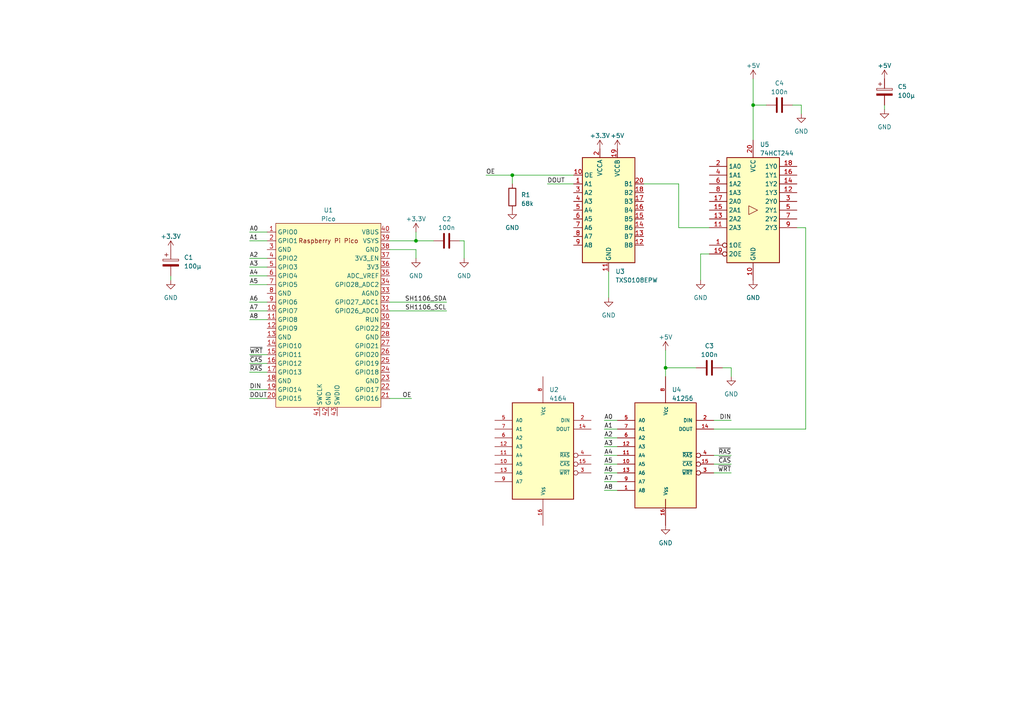
<source format=kicad_sch>
(kicad_sch (version 20230121) (generator eeschema)

  (uuid 22b3f9c4-9e40-4992-9a15-57379e658900)

  (paper "A4")

  (lib_symbols
    (symbol "74xx:74HCT244" (in_bom yes) (on_board yes)
      (property "Reference" "U" (at -7.62 16.51 0)
        (effects (font (size 1.27 1.27)))
      )
      (property "Value" "74HCT244" (at -7.62 -16.51 0)
        (effects (font (size 1.27 1.27)))
      )
      (property "Footprint" "" (at 0 0 0)
        (effects (font (size 1.27 1.27)) hide)
      )
      (property "Datasheet" "https://assets.nexperia.com/documents/data-sheet/74HC_HCT244.pdf" (at 0 0 0)
        (effects (font (size 1.27 1.27)) hide)
      )
      (property "ki_keywords" "HCTMOS BUFFER 3State" (at 0 0 0)
        (effects (font (size 1.27 1.27)) hide)
      )
      (property "ki_description" "8-bit Buffer/Line Driver 3-state" (at 0 0 0)
        (effects (font (size 1.27 1.27)) hide)
      )
      (property "ki_fp_filters" "TSSOP*4.4x6.5mm*P0.65mm* SSOP*4.4x6.5mm*P0.65mm*" (at 0 0 0)
        (effects (font (size 1.27 1.27)) hide)
      )
      (symbol "74HCT244_1_0"
        (polyline
          (pts
            (xy 1.27 0)
            (xy -1.27 1.27)
            (xy -1.27 -1.27)
            (xy 1.27 0)
          )
          (stroke (width 0.1524) (type default))
          (fill (type none))
        )
        (pin input inverted (at -12.7 -10.16 0) (length 5.08)
          (name "1OE" (effects (font (size 1.27 1.27))))
          (number "1" (effects (font (size 1.27 1.27))))
        )
        (pin power_in line (at 0 -20.32 90) (length 5.08)
          (name "GND" (effects (font (size 1.27 1.27))))
          (number "10" (effects (font (size 1.27 1.27))))
        )
        (pin input line (at -12.7 -5.08 0) (length 5.08)
          (name "2A3" (effects (font (size 1.27 1.27))))
          (number "11" (effects (font (size 1.27 1.27))))
        )
        (pin tri_state line (at 12.7 5.08 180) (length 5.08)
          (name "1Y3" (effects (font (size 1.27 1.27))))
          (number "12" (effects (font (size 1.27 1.27))))
        )
        (pin input line (at -12.7 -2.54 0) (length 5.08)
          (name "2A2" (effects (font (size 1.27 1.27))))
          (number "13" (effects (font (size 1.27 1.27))))
        )
        (pin tri_state line (at 12.7 7.62 180) (length 5.08)
          (name "1Y2" (effects (font (size 1.27 1.27))))
          (number "14" (effects (font (size 1.27 1.27))))
        )
        (pin input line (at -12.7 0 0) (length 5.08)
          (name "2A1" (effects (font (size 1.27 1.27))))
          (number "15" (effects (font (size 1.27 1.27))))
        )
        (pin tri_state line (at 12.7 10.16 180) (length 5.08)
          (name "1Y1" (effects (font (size 1.27 1.27))))
          (number "16" (effects (font (size 1.27 1.27))))
        )
        (pin input line (at -12.7 2.54 0) (length 5.08)
          (name "2A0" (effects (font (size 1.27 1.27))))
          (number "17" (effects (font (size 1.27 1.27))))
        )
        (pin tri_state line (at 12.7 12.7 180) (length 5.08)
          (name "1Y0" (effects (font (size 1.27 1.27))))
          (number "18" (effects (font (size 1.27 1.27))))
        )
        (pin input inverted (at -12.7 -12.7 0) (length 5.08)
          (name "2OE" (effects (font (size 1.27 1.27))))
          (number "19" (effects (font (size 1.27 1.27))))
        )
        (pin input line (at -12.7 12.7 0) (length 5.08)
          (name "1A0" (effects (font (size 1.27 1.27))))
          (number "2" (effects (font (size 1.27 1.27))))
        )
        (pin power_in line (at 0 20.32 270) (length 5.08)
          (name "VCC" (effects (font (size 1.27 1.27))))
          (number "20" (effects (font (size 1.27 1.27))))
        )
        (pin tri_state line (at 12.7 2.54 180) (length 5.08)
          (name "2Y0" (effects (font (size 1.27 1.27))))
          (number "3" (effects (font (size 1.27 1.27))))
        )
        (pin input line (at -12.7 10.16 0) (length 5.08)
          (name "1A1" (effects (font (size 1.27 1.27))))
          (number "4" (effects (font (size 1.27 1.27))))
        )
        (pin tri_state line (at 12.7 0 180) (length 5.08)
          (name "2Y1" (effects (font (size 1.27 1.27))))
          (number "5" (effects (font (size 1.27 1.27))))
        )
        (pin input line (at -12.7 7.62 0) (length 5.08)
          (name "1A2" (effects (font (size 1.27 1.27))))
          (number "6" (effects (font (size 1.27 1.27))))
        )
        (pin tri_state line (at 12.7 -2.54 180) (length 5.08)
          (name "2Y2" (effects (font (size 1.27 1.27))))
          (number "7" (effects (font (size 1.27 1.27))))
        )
        (pin input line (at -12.7 5.08 0) (length 5.08)
          (name "1A3" (effects (font (size 1.27 1.27))))
          (number "8" (effects (font (size 1.27 1.27))))
        )
        (pin tri_state line (at 12.7 -5.08 180) (length 5.08)
          (name "2Y3" (effects (font (size 1.27 1.27))))
          (number "9" (effects (font (size 1.27 1.27))))
        )
      )
      (symbol "74HCT244_1_1"
        (rectangle (start -7.62 15.24) (end 7.62 -15.24)
          (stroke (width 0.254) (type default))
          (fill (type background))
        )
      )
    )
    (symbol "Device:C" (pin_numbers hide) (pin_names (offset 0.254)) (in_bom yes) (on_board yes)
      (property "Reference" "C" (at 0.635 2.54 0)
        (effects (font (size 1.27 1.27)) (justify left))
      )
      (property "Value" "C" (at 0.635 -2.54 0)
        (effects (font (size 1.27 1.27)) (justify left))
      )
      (property "Footprint" "" (at 0.9652 -3.81 0)
        (effects (font (size 1.27 1.27)) hide)
      )
      (property "Datasheet" "~" (at 0 0 0)
        (effects (font (size 1.27 1.27)) hide)
      )
      (property "ki_keywords" "cap capacitor" (at 0 0 0)
        (effects (font (size 1.27 1.27)) hide)
      )
      (property "ki_description" "Unpolarized capacitor" (at 0 0 0)
        (effects (font (size 1.27 1.27)) hide)
      )
      (property "ki_fp_filters" "C_*" (at 0 0 0)
        (effects (font (size 1.27 1.27)) hide)
      )
      (symbol "C_0_1"
        (polyline
          (pts
            (xy -2.032 -0.762)
            (xy 2.032 -0.762)
          )
          (stroke (width 0.508) (type default))
          (fill (type none))
        )
        (polyline
          (pts
            (xy -2.032 0.762)
            (xy 2.032 0.762)
          )
          (stroke (width 0.508) (type default))
          (fill (type none))
        )
      )
      (symbol "C_1_1"
        (pin passive line (at 0 3.81 270) (length 2.794)
          (name "~" (effects (font (size 1.27 1.27))))
          (number "1" (effects (font (size 1.27 1.27))))
        )
        (pin passive line (at 0 -3.81 90) (length 2.794)
          (name "~" (effects (font (size 1.27 1.27))))
          (number "2" (effects (font (size 1.27 1.27))))
        )
      )
    )
    (symbol "Device:C_Polarized" (pin_numbers hide) (pin_names (offset 0.254)) (in_bom yes) (on_board yes)
      (property "Reference" "C" (at 0.635 2.54 0)
        (effects (font (size 1.27 1.27)) (justify left))
      )
      (property "Value" "C_Polarized" (at 0.635 -2.54 0)
        (effects (font (size 1.27 1.27)) (justify left))
      )
      (property "Footprint" "" (at 0.9652 -3.81 0)
        (effects (font (size 1.27 1.27)) hide)
      )
      (property "Datasheet" "~" (at 0 0 0)
        (effects (font (size 1.27 1.27)) hide)
      )
      (property "ki_keywords" "cap capacitor" (at 0 0 0)
        (effects (font (size 1.27 1.27)) hide)
      )
      (property "ki_description" "Polarized capacitor" (at 0 0 0)
        (effects (font (size 1.27 1.27)) hide)
      )
      (property "ki_fp_filters" "CP_*" (at 0 0 0)
        (effects (font (size 1.27 1.27)) hide)
      )
      (symbol "C_Polarized_0_1"
        (rectangle (start -2.286 0.508) (end 2.286 1.016)
          (stroke (width 0) (type default))
          (fill (type none))
        )
        (polyline
          (pts
            (xy -1.778 2.286)
            (xy -0.762 2.286)
          )
          (stroke (width 0) (type default))
          (fill (type none))
        )
        (polyline
          (pts
            (xy -1.27 2.794)
            (xy -1.27 1.778)
          )
          (stroke (width 0) (type default))
          (fill (type none))
        )
        (rectangle (start 2.286 -0.508) (end -2.286 -1.016)
          (stroke (width 0) (type default))
          (fill (type outline))
        )
      )
      (symbol "C_Polarized_1_1"
        (pin passive line (at 0 3.81 270) (length 2.794)
          (name "~" (effects (font (size 1.27 1.27))))
          (number "1" (effects (font (size 1.27 1.27))))
        )
        (pin passive line (at 0 -3.81 90) (length 2.794)
          (name "~" (effects (font (size 1.27 1.27))))
          (number "2" (effects (font (size 1.27 1.27))))
        )
      )
    )
    (symbol "Device:R" (pin_numbers hide) (pin_names (offset 0)) (in_bom yes) (on_board yes)
      (property "Reference" "R" (at 2.032 0 90)
        (effects (font (size 1.27 1.27)))
      )
      (property "Value" "R" (at 0 0 90)
        (effects (font (size 1.27 1.27)))
      )
      (property "Footprint" "" (at -1.778 0 90)
        (effects (font (size 1.27 1.27)) hide)
      )
      (property "Datasheet" "~" (at 0 0 0)
        (effects (font (size 1.27 1.27)) hide)
      )
      (property "ki_keywords" "R res resistor" (at 0 0 0)
        (effects (font (size 1.27 1.27)) hide)
      )
      (property "ki_description" "Resistor" (at 0 0 0)
        (effects (font (size 1.27 1.27)) hide)
      )
      (property "ki_fp_filters" "R_*" (at 0 0 0)
        (effects (font (size 1.27 1.27)) hide)
      )
      (symbol "R_0_1"
        (rectangle (start -1.016 -2.54) (end 1.016 2.54)
          (stroke (width 0.254) (type default))
          (fill (type none))
        )
      )
      (symbol "R_1_1"
        (pin passive line (at 0 3.81 270) (length 1.27)
          (name "~" (effects (font (size 1.27 1.27))))
          (number "1" (effects (font (size 1.27 1.27))))
        )
        (pin passive line (at 0 -3.81 90) (length 1.27)
          (name "~" (effects (font (size 1.27 1.27))))
          (number "2" (effects (font (size 1.27 1.27))))
        )
      )
    )
    (symbol "Logic_LevelTranslator:TXS0108EPW" (in_bom yes) (on_board yes)
      (property "Reference" "U" (at -6.35 16.51 0)
        (effects (font (size 1.27 1.27)))
      )
      (property "Value" "TXS0108EPW" (at 3.81 16.51 0)
        (effects (font (size 1.27 1.27)) (justify left))
      )
      (property "Footprint" "Package_SO:TSSOP-20_4.4x6.5mm_P0.65mm" (at 0 -19.05 0)
        (effects (font (size 1.27 1.27)) hide)
      )
      (property "Datasheet" "www.ti.com/lit/ds/symlink/txs0108e.pdf" (at 0 -2.54 0)
        (effects (font (size 1.27 1.27)) hide)
      )
      (property "ki_keywords" "8-bit" (at 0 0 0)
        (effects (font (size 1.27 1.27)) hide)
      )
      (property "ki_description" "Bidirectional  level-shifting voltage translator, TSSOP-20" (at 0 0 0)
        (effects (font (size 1.27 1.27)) hide)
      )
      (property "ki_fp_filters" "*SSOP*4.4x6.5mm*P0.65mm*" (at 0 0 0)
        (effects (font (size 1.27 1.27)) hide)
      )
      (symbol "TXS0108EPW_0_1"
        (rectangle (start -7.62 15.24) (end 7.62 -15.24)
          (stroke (width 0.254) (type default))
          (fill (type background))
        )
      )
      (symbol "TXS0108EPW_1_1"
        (pin bidirectional line (at -10.16 7.62 0) (length 2.54)
          (name "A1" (effects (font (size 1.27 1.27))))
          (number "1" (effects (font (size 1.27 1.27))))
        )
        (pin input line (at -10.16 10.16 0) (length 2.54)
          (name "OE" (effects (font (size 1.27 1.27))))
          (number "10" (effects (font (size 1.27 1.27))))
        )
        (pin power_in line (at 0 -17.78 90) (length 2.54)
          (name "GND" (effects (font (size 1.27 1.27))))
          (number "11" (effects (font (size 1.27 1.27))))
        )
        (pin bidirectional line (at 10.16 -10.16 180) (length 2.54)
          (name "B8" (effects (font (size 1.27 1.27))))
          (number "12" (effects (font (size 1.27 1.27))))
        )
        (pin bidirectional line (at 10.16 -7.62 180) (length 2.54)
          (name "B7" (effects (font (size 1.27 1.27))))
          (number "13" (effects (font (size 1.27 1.27))))
        )
        (pin bidirectional line (at 10.16 -5.08 180) (length 2.54)
          (name "B6" (effects (font (size 1.27 1.27))))
          (number "14" (effects (font (size 1.27 1.27))))
        )
        (pin bidirectional line (at 10.16 -2.54 180) (length 2.54)
          (name "B5" (effects (font (size 1.27 1.27))))
          (number "15" (effects (font (size 1.27 1.27))))
        )
        (pin bidirectional line (at 10.16 0 180) (length 2.54)
          (name "B4" (effects (font (size 1.27 1.27))))
          (number "16" (effects (font (size 1.27 1.27))))
        )
        (pin bidirectional line (at 10.16 2.54 180) (length 2.54)
          (name "B3" (effects (font (size 1.27 1.27))))
          (number "17" (effects (font (size 1.27 1.27))))
        )
        (pin bidirectional line (at 10.16 5.08 180) (length 2.54)
          (name "B2" (effects (font (size 1.27 1.27))))
          (number "18" (effects (font (size 1.27 1.27))))
        )
        (pin power_in line (at 2.54 17.78 270) (length 2.54)
          (name "VCCB" (effects (font (size 1.27 1.27))))
          (number "19" (effects (font (size 1.27 1.27))))
        )
        (pin power_in line (at -2.54 17.78 270) (length 2.54)
          (name "VCCA" (effects (font (size 1.27 1.27))))
          (number "2" (effects (font (size 1.27 1.27))))
        )
        (pin bidirectional line (at 10.16 7.62 180) (length 2.54)
          (name "B1" (effects (font (size 1.27 1.27))))
          (number "20" (effects (font (size 1.27 1.27))))
        )
        (pin bidirectional line (at -10.16 5.08 0) (length 2.54)
          (name "A2" (effects (font (size 1.27 1.27))))
          (number "3" (effects (font (size 1.27 1.27))))
        )
        (pin bidirectional line (at -10.16 2.54 0) (length 2.54)
          (name "A3" (effects (font (size 1.27 1.27))))
          (number "4" (effects (font (size 1.27 1.27))))
        )
        (pin bidirectional line (at -10.16 0 0) (length 2.54)
          (name "A4" (effects (font (size 1.27 1.27))))
          (number "5" (effects (font (size 1.27 1.27))))
        )
        (pin bidirectional line (at -10.16 -2.54 0) (length 2.54)
          (name "A5" (effects (font (size 1.27 1.27))))
          (number "6" (effects (font (size 1.27 1.27))))
        )
        (pin bidirectional line (at -10.16 -5.08 0) (length 2.54)
          (name "A6" (effects (font (size 1.27 1.27))))
          (number "7" (effects (font (size 1.27 1.27))))
        )
        (pin bidirectional line (at -10.16 -7.62 0) (length 2.54)
          (name "A7" (effects (font (size 1.27 1.27))))
          (number "8" (effects (font (size 1.27 1.27))))
        )
        (pin bidirectional line (at -10.16 -10.16 0) (length 2.54)
          (name "A8" (effects (font (size 1.27 1.27))))
          (number "9" (effects (font (size 1.27 1.27))))
        )
      )
    )
    (symbol "pico:Pico" (in_bom yes) (on_board yes)
      (property "Reference" "U" (at -13.97 27.94 0)
        (effects (font (size 1.27 1.27)))
      )
      (property "Value" "Pico" (at 0 19.05 0)
        (effects (font (size 1.27 1.27)))
      )
      (property "Footprint" "RPi_Pico:RPi_Pico_SMD_TH" (at 0 0 90)
        (effects (font (size 1.27 1.27)) hide)
      )
      (property "Datasheet" "" (at 0 0 0)
        (effects (font (size 1.27 1.27)) hide)
      )
      (symbol "Pico_0_0"
        (text "Raspberry Pi Pico" (at 0 21.59 0)
          (effects (font (size 1.27 1.27)))
        )
      )
      (symbol "Pico_0_1"
        (rectangle (start -15.24 26.67) (end 15.24 -26.67)
          (stroke (width 0) (type default))
          (fill (type background))
        )
      )
      (symbol "Pico_1_1"
        (pin bidirectional line (at -17.78 24.13 0) (length 2.54)
          (name "GPIO0" (effects (font (size 1.27 1.27))))
          (number "1" (effects (font (size 1.27 1.27))))
        )
        (pin bidirectional line (at -17.78 1.27 0) (length 2.54)
          (name "GPIO7" (effects (font (size 1.27 1.27))))
          (number "10" (effects (font (size 1.27 1.27))))
        )
        (pin bidirectional line (at -17.78 -1.27 0) (length 2.54)
          (name "GPIO8" (effects (font (size 1.27 1.27))))
          (number "11" (effects (font (size 1.27 1.27))))
        )
        (pin bidirectional line (at -17.78 -3.81 0) (length 2.54)
          (name "GPIO9" (effects (font (size 1.27 1.27))))
          (number "12" (effects (font (size 1.27 1.27))))
        )
        (pin power_in line (at -17.78 -6.35 0) (length 2.54)
          (name "GND" (effects (font (size 1.27 1.27))))
          (number "13" (effects (font (size 1.27 1.27))))
        )
        (pin bidirectional line (at -17.78 -8.89 0) (length 2.54)
          (name "GPIO10" (effects (font (size 1.27 1.27))))
          (number "14" (effects (font (size 1.27 1.27))))
        )
        (pin bidirectional line (at -17.78 -11.43 0) (length 2.54)
          (name "GPIO11" (effects (font (size 1.27 1.27))))
          (number "15" (effects (font (size 1.27 1.27))))
        )
        (pin bidirectional line (at -17.78 -13.97 0) (length 2.54)
          (name "GPIO12" (effects (font (size 1.27 1.27))))
          (number "16" (effects (font (size 1.27 1.27))))
        )
        (pin bidirectional line (at -17.78 -16.51 0) (length 2.54)
          (name "GPIO13" (effects (font (size 1.27 1.27))))
          (number "17" (effects (font (size 1.27 1.27))))
        )
        (pin power_in line (at -17.78 -19.05 0) (length 2.54)
          (name "GND" (effects (font (size 1.27 1.27))))
          (number "18" (effects (font (size 1.27 1.27))))
        )
        (pin bidirectional line (at -17.78 -21.59 0) (length 2.54)
          (name "GPIO14" (effects (font (size 1.27 1.27))))
          (number "19" (effects (font (size 1.27 1.27))))
        )
        (pin bidirectional line (at -17.78 21.59 0) (length 2.54)
          (name "GPIO1" (effects (font (size 1.27 1.27))))
          (number "2" (effects (font (size 1.27 1.27))))
        )
        (pin bidirectional line (at -17.78 -24.13 0) (length 2.54)
          (name "GPIO15" (effects (font (size 1.27 1.27))))
          (number "20" (effects (font (size 1.27 1.27))))
        )
        (pin bidirectional line (at 17.78 -24.13 180) (length 2.54)
          (name "GPIO16" (effects (font (size 1.27 1.27))))
          (number "21" (effects (font (size 1.27 1.27))))
        )
        (pin bidirectional line (at 17.78 -21.59 180) (length 2.54)
          (name "GPIO17" (effects (font (size 1.27 1.27))))
          (number "22" (effects (font (size 1.27 1.27))))
        )
        (pin power_in line (at 17.78 -19.05 180) (length 2.54)
          (name "GND" (effects (font (size 1.27 1.27))))
          (number "23" (effects (font (size 1.27 1.27))))
        )
        (pin bidirectional line (at 17.78 -16.51 180) (length 2.54)
          (name "GPIO18" (effects (font (size 1.27 1.27))))
          (number "24" (effects (font (size 1.27 1.27))))
        )
        (pin bidirectional line (at 17.78 -13.97 180) (length 2.54)
          (name "GPIO19" (effects (font (size 1.27 1.27))))
          (number "25" (effects (font (size 1.27 1.27))))
        )
        (pin bidirectional line (at 17.78 -11.43 180) (length 2.54)
          (name "GPIO20" (effects (font (size 1.27 1.27))))
          (number "26" (effects (font (size 1.27 1.27))))
        )
        (pin bidirectional line (at 17.78 -8.89 180) (length 2.54)
          (name "GPIO21" (effects (font (size 1.27 1.27))))
          (number "27" (effects (font (size 1.27 1.27))))
        )
        (pin power_in line (at 17.78 -6.35 180) (length 2.54)
          (name "GND" (effects (font (size 1.27 1.27))))
          (number "28" (effects (font (size 1.27 1.27))))
        )
        (pin bidirectional line (at 17.78 -3.81 180) (length 2.54)
          (name "GPIO22" (effects (font (size 1.27 1.27))))
          (number "29" (effects (font (size 1.27 1.27))))
        )
        (pin power_in line (at -17.78 19.05 0) (length 2.54)
          (name "GND" (effects (font (size 1.27 1.27))))
          (number "3" (effects (font (size 1.27 1.27))))
        )
        (pin input line (at 17.78 -1.27 180) (length 2.54)
          (name "RUN" (effects (font (size 1.27 1.27))))
          (number "30" (effects (font (size 1.27 1.27))))
        )
        (pin bidirectional line (at 17.78 1.27 180) (length 2.54)
          (name "GPIO26_ADC0" (effects (font (size 1.27 1.27))))
          (number "31" (effects (font (size 1.27 1.27))))
        )
        (pin bidirectional line (at 17.78 3.81 180) (length 2.54)
          (name "GPIO27_ADC1" (effects (font (size 1.27 1.27))))
          (number "32" (effects (font (size 1.27 1.27))))
        )
        (pin power_in line (at 17.78 6.35 180) (length 2.54)
          (name "AGND" (effects (font (size 1.27 1.27))))
          (number "33" (effects (font (size 1.27 1.27))))
        )
        (pin bidirectional line (at 17.78 8.89 180) (length 2.54)
          (name "GPIO28_ADC2" (effects (font (size 1.27 1.27))))
          (number "34" (effects (font (size 1.27 1.27))))
        )
        (pin power_in line (at 17.78 11.43 180) (length 2.54)
          (name "ADC_VREF" (effects (font (size 1.27 1.27))))
          (number "35" (effects (font (size 1.27 1.27))))
        )
        (pin power_in line (at 17.78 13.97 180) (length 2.54)
          (name "3V3" (effects (font (size 1.27 1.27))))
          (number "36" (effects (font (size 1.27 1.27))))
        )
        (pin input line (at 17.78 16.51 180) (length 2.54)
          (name "3V3_EN" (effects (font (size 1.27 1.27))))
          (number "37" (effects (font (size 1.27 1.27))))
        )
        (pin bidirectional line (at 17.78 19.05 180) (length 2.54)
          (name "GND" (effects (font (size 1.27 1.27))))
          (number "38" (effects (font (size 1.27 1.27))))
        )
        (pin power_in line (at 17.78 21.59 180) (length 2.54)
          (name "VSYS" (effects (font (size 1.27 1.27))))
          (number "39" (effects (font (size 1.27 1.27))))
        )
        (pin bidirectional line (at -17.78 16.51 0) (length 2.54)
          (name "GPIO2" (effects (font (size 1.27 1.27))))
          (number "4" (effects (font (size 1.27 1.27))))
        )
        (pin power_in line (at 17.78 24.13 180) (length 2.54)
          (name "VBUS" (effects (font (size 1.27 1.27))))
          (number "40" (effects (font (size 1.27 1.27))))
        )
        (pin input line (at -2.54 -29.21 90) (length 2.54)
          (name "SWCLK" (effects (font (size 1.27 1.27))))
          (number "41" (effects (font (size 1.27 1.27))))
        )
        (pin power_in line (at 0 -29.21 90) (length 2.54)
          (name "GND" (effects (font (size 1.27 1.27))))
          (number "42" (effects (font (size 1.27 1.27))))
        )
        (pin bidirectional line (at 2.54 -29.21 90) (length 2.54)
          (name "SWDIO" (effects (font (size 1.27 1.27))))
          (number "43" (effects (font (size 1.27 1.27))))
        )
        (pin bidirectional line (at -17.78 13.97 0) (length 2.54)
          (name "GPIO3" (effects (font (size 1.27 1.27))))
          (number "5" (effects (font (size 1.27 1.27))))
        )
        (pin bidirectional line (at -17.78 11.43 0) (length 2.54)
          (name "GPIO4" (effects (font (size 1.27 1.27))))
          (number "6" (effects (font (size 1.27 1.27))))
        )
        (pin bidirectional line (at -17.78 8.89 0) (length 2.54)
          (name "GPIO5" (effects (font (size 1.27 1.27))))
          (number "7" (effects (font (size 1.27 1.27))))
        )
        (pin power_in line (at -17.78 6.35 0) (length 2.54)
          (name "GND" (effects (font (size 1.27 1.27))))
          (number "8" (effects (font (size 1.27 1.27))))
        )
        (pin bidirectional line (at -17.78 3.81 0) (length 2.54)
          (name "GPIO6" (effects (font (size 1.27 1.27))))
          (number "9" (effects (font (size 1.27 1.27))))
        )
      )
    )
    (symbol "power:+3.3V" (power) (pin_names (offset 0)) (in_bom yes) (on_board yes)
      (property "Reference" "#PWR" (at 0 -3.81 0)
        (effects (font (size 1.27 1.27)) hide)
      )
      (property "Value" "+3.3V" (at 0 3.556 0)
        (effects (font (size 1.27 1.27)))
      )
      (property "Footprint" "" (at 0 0 0)
        (effects (font (size 1.27 1.27)) hide)
      )
      (property "Datasheet" "" (at 0 0 0)
        (effects (font (size 1.27 1.27)) hide)
      )
      (property "ki_keywords" "global power" (at 0 0 0)
        (effects (font (size 1.27 1.27)) hide)
      )
      (property "ki_description" "Power symbol creates a global label with name \"+3.3V\"" (at 0 0 0)
        (effects (font (size 1.27 1.27)) hide)
      )
      (symbol "+3.3V_0_1"
        (polyline
          (pts
            (xy -0.762 1.27)
            (xy 0 2.54)
          )
          (stroke (width 0) (type default))
          (fill (type none))
        )
        (polyline
          (pts
            (xy 0 0)
            (xy 0 2.54)
          )
          (stroke (width 0) (type default))
          (fill (type none))
        )
        (polyline
          (pts
            (xy 0 2.54)
            (xy 0.762 1.27)
          )
          (stroke (width 0) (type default))
          (fill (type none))
        )
      )
      (symbol "+3.3V_1_1"
        (pin power_in line (at 0 0 90) (length 0) hide
          (name "+3.3V" (effects (font (size 1.27 1.27))))
          (number "1" (effects (font (size 1.27 1.27))))
        )
      )
    )
    (symbol "power:+5V" (power) (pin_names (offset 0)) (in_bom yes) (on_board yes)
      (property "Reference" "#PWR" (at 0 -3.81 0)
        (effects (font (size 1.27 1.27)) hide)
      )
      (property "Value" "+5V" (at 0 3.556 0)
        (effects (font (size 1.27 1.27)))
      )
      (property "Footprint" "" (at 0 0 0)
        (effects (font (size 1.27 1.27)) hide)
      )
      (property "Datasheet" "" (at 0 0 0)
        (effects (font (size 1.27 1.27)) hide)
      )
      (property "ki_keywords" "global power" (at 0 0 0)
        (effects (font (size 1.27 1.27)) hide)
      )
      (property "ki_description" "Power symbol creates a global label with name \"+5V\"" (at 0 0 0)
        (effects (font (size 1.27 1.27)) hide)
      )
      (symbol "+5V_0_1"
        (polyline
          (pts
            (xy -0.762 1.27)
            (xy 0 2.54)
          )
          (stroke (width 0) (type default))
          (fill (type none))
        )
        (polyline
          (pts
            (xy 0 0)
            (xy 0 2.54)
          )
          (stroke (width 0) (type default))
          (fill (type none))
        )
        (polyline
          (pts
            (xy 0 2.54)
            (xy 0.762 1.27)
          )
          (stroke (width 0) (type default))
          (fill (type none))
        )
      )
      (symbol "+5V_1_1"
        (pin power_in line (at 0 0 90) (length 0) hide
          (name "+5V" (effects (font (size 1.27 1.27))))
          (number "1" (effects (font (size 1.27 1.27))))
        )
      )
    )
    (symbol "power:GND" (power) (pin_names (offset 0)) (in_bom yes) (on_board yes)
      (property "Reference" "#PWR" (at 0 -6.35 0)
        (effects (font (size 1.27 1.27)) hide)
      )
      (property "Value" "GND" (at 0 -3.81 0)
        (effects (font (size 1.27 1.27)))
      )
      (property "Footprint" "" (at 0 0 0)
        (effects (font (size 1.27 1.27)) hide)
      )
      (property "Datasheet" "" (at 0 0 0)
        (effects (font (size 1.27 1.27)) hide)
      )
      (property "ki_keywords" "global power" (at 0 0 0)
        (effects (font (size 1.27 1.27)) hide)
      )
      (property "ki_description" "Power symbol creates a global label with name \"GND\" , ground" (at 0 0 0)
        (effects (font (size 1.27 1.27)) hide)
      )
      (symbol "GND_0_1"
        (polyline
          (pts
            (xy 0 0)
            (xy 0 -1.27)
            (xy 1.27 -1.27)
            (xy 0 -2.54)
            (xy -1.27 -1.27)
            (xy 0 -1.27)
          )
          (stroke (width 0) (type default))
          (fill (type none))
        )
      )
      (symbol "GND_1_1"
        (pin power_in line (at 0 0 270) (length 0) hide
          (name "GND" (effects (font (size 1.27 1.27))))
          (number "1" (effects (font (size 1.27 1.27))))
        )
      )
    )
    (symbol "symbols:41256" (pin_names (offset 1.016)) (in_bom yes) (on_board yes)
      (property "Reference" "U" (at -7.62 16.51 0)
        (effects (font (size 1.27 1.27)) (justify left bottom))
      )
      (property "Value" "41256" (at -10.16 -17.78 0)
        (effects (font (size 1.27 1.27)) (justify left bottom))
      )
      (property "Footprint" "Package_DIP:DIP-16_W7.62mm" (at 0 35.56 0)
        (effects (font (size 1.27 1.27)) (justify bottom) hide)
      )
      (property "Datasheet" "https://www.minuszerodegrees.net/memory/41256/datasheet_TMS4256.pdf" (at 1.27 33.02 0)
        (effects (font (size 1.27 1.27)) hide)
      )
      (property "ki_description" "65,536-Bit Dynamic Random-Access Memory" (at 0 0 0)
        (effects (font (size 1.27 1.27)) hide)
      )
      (symbol "41256_1_0"
        (rectangle (start -7.62 15.24) (end 10.16 -15.24)
          (stroke (width 0.254) (type default))
          (fill (type background))
        )
        (pin input line (at -12.7 -10.16 0) (length 5.08)
          (name "A8" (effects (font (size 1.016 1.016))))
          (number "1" (effects (font (size 1.016 1.016))))
        )
        (pin input line (at -12.7 -2.54 0) (length 5.08)
          (name "A5" (effects (font (size 1.016 1.016))))
          (number "10" (effects (font (size 1.016 1.016))))
        )
        (pin input line (at -12.7 0 0) (length 5.08)
          (name "A4" (effects (font (size 1.016 1.016))))
          (number "11" (effects (font (size 1.016 1.016))))
        )
        (pin input line (at -12.7 2.54 0) (length 5.08)
          (name "A3" (effects (font (size 1.016 1.016))))
          (number "12" (effects (font (size 1.016 1.016))))
        )
        (pin input line (at -12.7 -5.08 0) (length 5.08)
          (name "A6" (effects (font (size 1.016 1.016))))
          (number "13" (effects (font (size 1.016 1.016))))
        )
        (pin tri_state line (at 15.24 7.62 180) (length 5.08)
          (name "DOUT" (effects (font (size 1.016 1.016))))
          (number "14" (effects (font (size 1.016 1.016))))
        )
        (pin input inverted (at 15.24 -2.54 180) (length 5.08)
          (name "~{CAS}" (effects (font (size 1.016 1.016))))
          (number "15" (effects (font (size 1.016 1.016))))
        )
        (pin power_in line (at 1.27 -20.32 90) (length 7.62)
          (name "V_{SS}" (effects (font (size 1.016 1.016))))
          (number "16" (effects (font (size 1.016 1.016))))
        )
        (pin input line (at 15.24 10.16 180) (length 5.08)
          (name "DIN" (effects (font (size 1.016 1.016))))
          (number "2" (effects (font (size 1.016 1.016))))
        )
        (pin input inverted (at 15.24 -5.08 180) (length 5.08)
          (name "~{WRT}" (effects (font (size 1.016 1.016))))
          (number "3" (effects (font (size 1.016 1.016))))
        )
        (pin input inverted (at 15.24 0 180) (length 5.08)
          (name "~{RAS}" (effects (font (size 1.016 1.016))))
          (number "4" (effects (font (size 1.016 1.016))))
        )
        (pin input line (at -12.7 10.16 0) (length 5.08)
          (name "A0" (effects (font (size 1.016 1.016))))
          (number "5" (effects (font (size 1.016 1.016))))
        )
        (pin input line (at -12.7 5.08 0) (length 5.08)
          (name "A2" (effects (font (size 1.016 1.016))))
          (number "6" (effects (font (size 1.016 1.016))))
        )
        (pin input line (at -12.7 7.62 0) (length 5.08)
          (name "A1" (effects (font (size 1.016 1.016))))
          (number "7" (effects (font (size 1.016 1.016))))
        )
        (pin power_in line (at 1.27 22.86 270) (length 7.62)
          (name "V_{CC}" (effects (font (size 1.016 1.016))))
          (number "8" (effects (font (size 1.016 1.016))))
        )
        (pin input line (at -12.7 -7.62 0) (length 5.08)
          (name "A7" (effects (font (size 1.016 1.016))))
          (number "9" (effects (font (size 1.016 1.016))))
        )
      )
    )
    (symbol "symbols:4164" (pin_names (offset 1.016)) (in_bom yes) (on_board yes)
      (property "Reference" "U" (at -7.62 16.51 0)
        (effects (font (size 1.27 1.27)) (justify left bottom))
      )
      (property "Value" "4164" (at -10.16 -15.24 0)
        (effects (font (size 1.27 1.27)) (justify left bottom))
      )
      (property "Footprint" "Package_DIP:DIP-16_W7.62mm" (at -2.54 36.83 0)
        (effects (font (size 1.27 1.27)) (justify bottom) hide)
      )
      (property "Datasheet" "https://www.silicon-ark.co.uk/datasheets/TMS4164-datasheet-texas-instruments.pdf" (at 1.27 34.29 0)
        (effects (font (size 1.27 1.27)) hide)
      )
      (property "ki_description" "65,536-Bit Dynamic Random-Access Memory" (at 0 0 0)
        (effects (font (size 1.27 1.27)) hide)
      )
      (symbol "4164_1_0"
        (rectangle (start -7.62 15.24) (end 10.16 -12.7)
          (stroke (width 0.254) (type default))
          (fill (type background))
        )
        (pin input line (at -12.7 -2.54 0) (length 5.08)
          (name "A5" (effects (font (size 1.016 1.016))))
          (number "10" (effects (font (size 1.016 1.016))))
        )
        (pin input line (at -12.7 0 0) (length 5.08)
          (name "A4" (effects (font (size 1.016 1.016))))
          (number "11" (effects (font (size 1.016 1.016))))
        )
        (pin input line (at -12.7 2.54 0) (length 5.08)
          (name "A3" (effects (font (size 1.016 1.016))))
          (number "12" (effects (font (size 1.016 1.016))))
        )
        (pin input line (at -12.7 -5.08 0) (length 5.08)
          (name "A6" (effects (font (size 1.016 1.016))))
          (number "13" (effects (font (size 1.016 1.016))))
        )
        (pin tri_state line (at 15.24 7.62 180) (length 5.08)
          (name "DOUT" (effects (font (size 1.016 1.016))))
          (number "14" (effects (font (size 1.016 1.016))))
        )
        (pin input inverted (at 15.24 -2.54 180) (length 5.08)
          (name "~{CAS}" (effects (font (size 1.016 1.016))))
          (number "15" (effects (font (size 1.016 1.016))))
        )
        (pin power_in line (at 1.27 -20.32 90) (length 7.62)
          (name "V_{SS}" (effects (font (size 1.016 1.016))))
          (number "16" (effects (font (size 1.016 1.016))))
        )
        (pin input line (at 15.24 10.16 180) (length 5.08)
          (name "DIN" (effects (font (size 1.016 1.016))))
          (number "2" (effects (font (size 1.016 1.016))))
        )
        (pin input inverted (at 15.24 -5.08 180) (length 5.08)
          (name "~{WRT}" (effects (font (size 1.016 1.016))))
          (number "3" (effects (font (size 1.016 1.016))))
        )
        (pin input inverted (at 15.24 0 180) (length 5.08)
          (name "~{RAS}" (effects (font (size 1.016 1.016))))
          (number "4" (effects (font (size 1.016 1.016))))
        )
        (pin input line (at -12.7 10.16 0) (length 5.08)
          (name "A0" (effects (font (size 1.016 1.016))))
          (number "5" (effects (font (size 1.016 1.016))))
        )
        (pin input line (at -12.7 5.08 0) (length 5.08)
          (name "A2" (effects (font (size 1.016 1.016))))
          (number "6" (effects (font (size 1.016 1.016))))
        )
        (pin input line (at -12.7 7.62 0) (length 5.08)
          (name "A1" (effects (font (size 1.016 1.016))))
          (number "7" (effects (font (size 1.016 1.016))))
        )
        (pin power_in line (at 1.27 22.86 270) (length 7.62)
          (name "V_{CC}" (effects (font (size 1.016 1.016))))
          (number "8" (effects (font (size 1.016 1.016))))
        )
        (pin input line (at -12.7 -7.62 0) (length 5.08)
          (name "A7" (effects (font (size 1.016 1.016))))
          (number "9" (effects (font (size 1.016 1.016))))
        )
      )
    )
  )

  (junction (at 193.04 106.68) (diameter 0) (color 0 0 0 0)
    (uuid 4d6121ce-c8b5-4743-be5a-c5b6874f47bd)
  )
  (junction (at 218.44 30.48) (diameter 0) (color 0 0 0 0)
    (uuid 8057f66b-13a4-4711-b97f-4915ac4f90cd)
  )
  (junction (at 148.59 50.8) (diameter 0) (color 0 0 0 0)
    (uuid 88687ba6-da59-4891-af08-1491c14f30a2)
  )
  (junction (at 120.65 69.85) (diameter 0) (color 0 0 0 0)
    (uuid da73ea3a-487b-4aa8-bdd6-f90924dcf1b9)
  )

  (wire (pts (xy 72.39 92.71) (xy 77.47 92.71))
    (stroke (width 0) (type default))
    (uuid 00ee6044-03f9-4dec-b5a3-a9e36719ab11)
  )
  (wire (pts (xy 148.59 50.8) (xy 148.59 53.34))
    (stroke (width 0) (type default))
    (uuid 010d0a51-e4af-4c02-8ecf-9dacd19397a0)
  )
  (wire (pts (xy 233.68 124.46) (xy 207.01 124.46))
    (stroke (width 0) (type default))
    (uuid 0618ab4c-ac4e-4559-a93c-d96cd383c22f)
  )
  (wire (pts (xy 77.47 115.57) (xy 72.39 115.57))
    (stroke (width 0) (type default))
    (uuid 06995165-4692-46bd-9178-608b9404d3ab)
  )
  (wire (pts (xy 207.01 134.62) (xy 212.09 134.62))
    (stroke (width 0) (type default))
    (uuid 090a9535-faaa-47f6-86f0-e3b6f3ef6ffb)
  )
  (wire (pts (xy 77.47 74.93) (xy 72.39 74.93))
    (stroke (width 0) (type default))
    (uuid 09f98d48-ab80-483e-94e6-a0860ce74dd3)
  )
  (wire (pts (xy 207.01 137.16) (xy 212.09 137.16))
    (stroke (width 0) (type default))
    (uuid 0a977dd4-ea64-46e8-8209-528712fa79a8)
  )
  (wire (pts (xy 125.73 69.85) (xy 120.65 69.85))
    (stroke (width 0) (type default))
    (uuid 1978e8aa-3e4d-489e-98db-7950652145bf)
  )
  (wire (pts (xy 140.97 50.8) (xy 148.59 50.8))
    (stroke (width 0) (type default))
    (uuid 1b9ddf7f-06c6-4a79-8edc-b8baff4df950)
  )
  (wire (pts (xy 77.47 87.63) (xy 72.39 87.63))
    (stroke (width 0) (type default))
    (uuid 1c78c129-3561-44c0-8669-e1f8ebd26d0a)
  )
  (wire (pts (xy 175.26 134.62) (xy 179.07 134.62))
    (stroke (width 0) (type default))
    (uuid 25c808e7-9857-4e28-85b6-6f10d5987e30)
  )
  (wire (pts (xy 175.26 142.24) (xy 179.07 142.24))
    (stroke (width 0) (type default))
    (uuid 2c1dc0ad-f2da-4ef0-8a1d-938749340e67)
  )
  (wire (pts (xy 218.44 22.86) (xy 218.44 30.48))
    (stroke (width 0) (type default))
    (uuid 2f3ac7fa-47a1-4058-86cb-36e96d01962c)
  )
  (wire (pts (xy 193.04 106.68) (xy 193.04 109.22))
    (stroke (width 0) (type default))
    (uuid 32012feb-a4df-4c6c-a9e3-51e08548cb4b)
  )
  (wire (pts (xy 212.09 106.68) (xy 212.09 109.22))
    (stroke (width 0) (type default))
    (uuid 34854474-f279-4f69-8f5c-688875691c38)
  )
  (wire (pts (xy 193.04 101.6) (xy 193.04 106.68))
    (stroke (width 0) (type default))
    (uuid 35f3f5cd-3bd7-4f50-8616-2140c49abbea)
  )
  (wire (pts (xy 77.47 77.47) (xy 72.39 77.47))
    (stroke (width 0) (type default))
    (uuid 3c017fd1-53af-444c-a2d9-51455bf9a958)
  )
  (wire (pts (xy 134.62 69.85) (xy 133.35 69.85))
    (stroke (width 0) (type default))
    (uuid 40a87f6c-0566-44a3-b0a5-425ec9658143)
  )
  (wire (pts (xy 113.03 90.17) (xy 129.54 90.17))
    (stroke (width 0) (type default))
    (uuid 4191f5a8-9f46-41ea-8682-0e6b83d1396d)
  )
  (wire (pts (xy 176.53 86.36) (xy 176.53 78.74))
    (stroke (width 0) (type default))
    (uuid 45582d91-a3eb-4489-b405-95dc0597b9e8)
  )
  (wire (pts (xy 148.59 50.8) (xy 166.37 50.8))
    (stroke (width 0) (type default))
    (uuid 488ed2b3-d46e-45f1-98a1-d01a2221a37f)
  )
  (wire (pts (xy 218.44 30.48) (xy 218.44 40.64))
    (stroke (width 0) (type default))
    (uuid 4e352b2d-b9cb-4dc4-8913-73b04a27b720)
  )
  (wire (pts (xy 113.03 72.39) (xy 120.65 72.39))
    (stroke (width 0) (type default))
    (uuid 52829e89-bae1-41e6-9590-5d850b60ee95)
  )
  (wire (pts (xy 77.47 82.55) (xy 72.39 82.55))
    (stroke (width 0) (type default))
    (uuid 533eb8f0-bf78-4793-90bf-93abffebc025)
  )
  (wire (pts (xy 175.26 137.16) (xy 179.07 137.16))
    (stroke (width 0) (type default))
    (uuid 53c53c34-b7b9-45b8-9910-3e69bdcb9287)
  )
  (wire (pts (xy 196.85 66.04) (xy 205.74 66.04))
    (stroke (width 0) (type default))
    (uuid 5452f27a-3071-410c-bb22-3e124bfc2346)
  )
  (wire (pts (xy 218.44 30.48) (xy 222.25 30.48))
    (stroke (width 0) (type default))
    (uuid 55f1d8f2-05ca-4a4c-a778-4b658e375022)
  )
  (wire (pts (xy 256.54 30.48) (xy 256.54 31.75))
    (stroke (width 0) (type default))
    (uuid 5f41f6c9-8396-47d0-becc-2e698f1d9648)
  )
  (wire (pts (xy 113.03 69.85) (xy 120.65 69.85))
    (stroke (width 0) (type default))
    (uuid 6116b860-347a-416a-933f-4c4a77ef6f8c)
  )
  (wire (pts (xy 119.38 115.57) (xy 113.03 115.57))
    (stroke (width 0) (type default))
    (uuid 6254b1b0-6a6f-44e8-bb77-0c2f83aedc58)
  )
  (wire (pts (xy 77.47 113.03) (xy 72.39 113.03))
    (stroke (width 0) (type default))
    (uuid 6258fdd6-91b1-44c0-9618-98e04107e3c0)
  )
  (wire (pts (xy 77.47 102.87) (xy 72.39 102.87))
    (stroke (width 0) (type default))
    (uuid 66cc41ec-6c9a-440c-88fb-407373c4cb19)
  )
  (wire (pts (xy 193.04 106.68) (xy 201.93 106.68))
    (stroke (width 0) (type default))
    (uuid 745d9e79-f43f-42be-979e-72e24e7e66cd)
  )
  (wire (pts (xy 175.26 127) (xy 179.07 127))
    (stroke (width 0) (type default))
    (uuid 7b5bf386-697a-45e1-8abc-5e260e1be3d3)
  )
  (wire (pts (xy 229.87 30.48) (xy 232.41 30.48))
    (stroke (width 0) (type default))
    (uuid 8013ac05-6278-4d15-8ac0-9ae23a0c25c5)
  )
  (wire (pts (xy 203.2 73.66) (xy 205.74 73.66))
    (stroke (width 0) (type default))
    (uuid 9b88e430-2df5-41c0-a3d5-1b19ea78a879)
  )
  (wire (pts (xy 175.26 124.46) (xy 179.07 124.46))
    (stroke (width 0) (type default))
    (uuid 9f2d80db-beed-4c7d-81eb-5efadcfdb5c5)
  )
  (wire (pts (xy 113.03 87.63) (xy 129.54 87.63))
    (stroke (width 0) (type default))
    (uuid a3b09b28-6582-404b-851a-f78e3982dac1)
  )
  (wire (pts (xy 77.47 107.95) (xy 72.39 107.95))
    (stroke (width 0) (type default))
    (uuid a68b1d01-744d-4650-818c-cb883b171c9a)
  )
  (wire (pts (xy 120.65 67.31) (xy 120.65 69.85))
    (stroke (width 0) (type default))
    (uuid a9b74f29-a177-411a-8528-11cf223a5972)
  )
  (wire (pts (xy 196.85 53.34) (xy 196.85 66.04))
    (stroke (width 0) (type default))
    (uuid abc8aaf6-f931-47ae-b4f7-6d3781343d6b)
  )
  (wire (pts (xy 77.47 90.17) (xy 72.39 90.17))
    (stroke (width 0) (type default))
    (uuid ad852b6b-a200-4ea1-9ce1-01bda9da5ba0)
  )
  (wire (pts (xy 77.47 105.41) (xy 72.39 105.41))
    (stroke (width 0) (type default))
    (uuid bb39dc6a-f151-4fb0-b72f-ad6b03a81fd9)
  )
  (wire (pts (xy 232.41 30.48) (xy 232.41 33.02))
    (stroke (width 0) (type default))
    (uuid bd10ae8e-5a0f-41f8-a5f3-f1308a554016)
  )
  (wire (pts (xy 77.47 69.85) (xy 72.39 69.85))
    (stroke (width 0) (type default))
    (uuid c2156cdc-ac60-4183-8e5f-d5e1f3cb2787)
  )
  (wire (pts (xy 77.47 80.01) (xy 72.39 80.01))
    (stroke (width 0) (type default))
    (uuid c5546e77-4d23-4505-ba0d-cf78134bb8a5)
  )
  (wire (pts (xy 175.26 132.08) (xy 179.07 132.08))
    (stroke (width 0) (type default))
    (uuid cb22eba3-9341-44f0-95d1-5b316730f684)
  )
  (wire (pts (xy 231.14 66.04) (xy 233.68 66.04))
    (stroke (width 0) (type default))
    (uuid cbd6c69b-9b2f-47d4-a7bf-1cbecb1a1054)
  )
  (wire (pts (xy 175.26 121.92) (xy 179.07 121.92))
    (stroke (width 0) (type default))
    (uuid cce3769f-806a-4917-8920-5a658ed25943)
  )
  (wire (pts (xy 175.26 129.54) (xy 179.07 129.54))
    (stroke (width 0) (type default))
    (uuid cf65fa0f-1b80-488a-8a79-019fd1bd70bf)
  )
  (wire (pts (xy 120.65 72.39) (xy 120.65 74.93))
    (stroke (width 0) (type default))
    (uuid d225d0ec-c467-4205-bc04-21b3d437a009)
  )
  (wire (pts (xy 77.47 67.31) (xy 72.39 67.31))
    (stroke (width 0) (type default))
    (uuid d4eb0207-f5a9-4648-a890-3a0ed8588fd7)
  )
  (wire (pts (xy 209.55 106.68) (xy 212.09 106.68))
    (stroke (width 0) (type default))
    (uuid d9abf0bf-cd30-4452-bcb2-84fd4297321e)
  )
  (wire (pts (xy 134.62 69.85) (xy 134.62 74.93))
    (stroke (width 0) (type default))
    (uuid e1b07b06-0402-4955-bf32-21ecbc400a97)
  )
  (wire (pts (xy 233.68 66.04) (xy 233.68 124.46))
    (stroke (width 0) (type default))
    (uuid e32350d7-0e0a-4bf1-a73c-572694df14d2)
  )
  (wire (pts (xy 186.69 53.34) (xy 196.85 53.34))
    (stroke (width 0) (type default))
    (uuid e831b146-f78e-4731-90f6-7c496f971ddd)
  )
  (wire (pts (xy 175.26 139.7) (xy 179.07 139.7))
    (stroke (width 0) (type default))
    (uuid e9e688cd-3a89-472b-8f09-c74cbf97632b)
  )
  (wire (pts (xy 207.01 121.92) (xy 212.09 121.92))
    (stroke (width 0) (type default))
    (uuid ee3ae3f6-1df8-48fc-aa5e-a17c72219765)
  )
  (wire (pts (xy 49.53 80.01) (xy 49.53 81.28))
    (stroke (width 0) (type default))
    (uuid efd23134-5f0d-4b99-9842-4366eb09a709)
  )
  (wire (pts (xy 158.75 53.34) (xy 166.37 53.34))
    (stroke (width 0) (type default))
    (uuid f03b1144-e0c8-4cb5-b1f0-4f61ae645e21)
  )
  (wire (pts (xy 207.01 132.08) (xy 212.09 132.08))
    (stroke (width 0) (type default))
    (uuid f88f3ee0-6aa6-458a-ba4a-3486b0f143e0)
  )
  (wire (pts (xy 203.2 73.66) (xy 203.2 81.28))
    (stroke (width 0) (type default))
    (uuid fd19b1b8-df39-4ddf-989b-e7f9e2671884)
  )

  (label "A3" (at 175.26 129.54 0) (fields_autoplaced)
    (effects (font (size 1.27 1.27)) (justify left bottom))
    (uuid 00334994-b36d-4aa2-87fd-834cf11087d6)
  )
  (label "A8" (at 72.39 92.71 0) (fields_autoplaced)
    (effects (font (size 1.27 1.27)) (justify left bottom))
    (uuid 0551f08e-8edd-4a53-8cd6-45d271df3005)
  )
  (label "DIN" (at 72.39 113.03 0) (fields_autoplaced)
    (effects (font (size 1.27 1.27)) (justify left bottom))
    (uuid 05f941d9-6c1f-4d0b-903a-95ac79a4daa6)
  )
  (label "DOUT" (at 72.39 115.57 0) (fields_autoplaced)
    (effects (font (size 1.27 1.27)) (justify left bottom))
    (uuid 0889f1b7-75ac-4170-a739-557b2b62cfd6)
  )
  (label "A2" (at 72.39 74.93 0) (fields_autoplaced)
    (effects (font (size 1.27 1.27)) (justify left bottom))
    (uuid 116a7c7c-52c9-424b-9407-4afb71df6ef0)
  )
  (label "~{RAS}" (at 72.39 107.95 0) (fields_autoplaced)
    (effects (font (size 1.27 1.27)) (justify left bottom))
    (uuid 1dea9cfa-933c-4c30-86f5-dabcfaa6a2a7)
  )
  (label "A0" (at 72.39 67.31 0) (fields_autoplaced)
    (effects (font (size 1.27 1.27)) (justify left bottom))
    (uuid 20b09e89-78e1-402b-8389-e1c69221eca0)
  )
  (label "A1" (at 175.26 124.46 0) (fields_autoplaced)
    (effects (font (size 1.27 1.27)) (justify left bottom))
    (uuid 3c992720-d221-4f96-808f-87b80964331f)
  )
  (label "~{WRT}" (at 72.39 102.87 0) (fields_autoplaced)
    (effects (font (size 1.27 1.27)) (justify left bottom))
    (uuid 3ee2001d-3f9f-4d72-82e5-8541516fc538)
  )
  (label "~{CAS}" (at 212.09 134.62 180) (fields_autoplaced)
    (effects (font (size 1.27 1.27)) (justify right bottom))
    (uuid 416d8b79-1159-4953-a603-319d2cfe2fb7)
  )
  (label "~{RAS}" (at 212.09 132.08 180) (fields_autoplaced)
    (effects (font (size 1.27 1.27)) (justify right bottom))
    (uuid 531598c1-bac6-43d2-a277-504f5e82d85e)
  )
  (label "DIN" (at 212.09 121.92 180) (fields_autoplaced)
    (effects (font (size 1.27 1.27)) (justify right bottom))
    (uuid 532065eb-fb68-450c-8f02-7e736020b01f)
  )
  (label "A7" (at 72.39 90.17 0) (fields_autoplaced)
    (effects (font (size 1.27 1.27)) (justify left bottom))
    (uuid 5694d8ce-0e64-4cbe-9a6c-5b018304119b)
  )
  (label "A4" (at 175.26 132.08 0) (fields_autoplaced)
    (effects (font (size 1.27 1.27)) (justify left bottom))
    (uuid 58cc99ef-1ab5-4f04-bfb1-b2193fef14e1)
  )
  (label "~{WRT}" (at 212.09 137.16 180) (fields_autoplaced)
    (effects (font (size 1.27 1.27)) (justify right bottom))
    (uuid 658ff4fc-589f-4348-a994-157b4fd6d325)
  )
  (label "A5" (at 72.39 82.55 0) (fields_autoplaced)
    (effects (font (size 1.27 1.27)) (justify left bottom))
    (uuid 65cb395c-8907-4a09-ab7d-e3439f7c84e1)
  )
  (label "A3" (at 72.39 77.47 0) (fields_autoplaced)
    (effects (font (size 1.27 1.27)) (justify left bottom))
    (uuid 79d012b8-3aaa-4128-a5c5-8294c293feba)
  )
  (label "OE" (at 140.97 50.8 0) (fields_autoplaced)
    (effects (font (size 1.27 1.27)) (justify left bottom))
    (uuid 82904d27-92d5-43d3-bf90-8b2b5bdcdd00)
  )
  (label "A5" (at 175.26 134.62 0) (fields_autoplaced)
    (effects (font (size 1.27 1.27)) (justify left bottom))
    (uuid 8c1d6c39-08d5-4407-8b1e-0aa6ae81b5b3)
  )
  (label "DOUT" (at 158.75 53.34 0) (fields_autoplaced)
    (effects (font (size 1.27 1.27)) (justify left bottom))
    (uuid 8c4a9e79-4e52-4ca3-97de-746ef740e23c)
  )
  (label "A6" (at 72.39 87.63 0) (fields_autoplaced)
    (effects (font (size 1.27 1.27)) (justify left bottom))
    (uuid 92acabef-6bbc-4e40-926d-42f0271fcdba)
  )
  (label "A8" (at 175.26 142.24 0) (fields_autoplaced)
    (effects (font (size 1.27 1.27)) (justify left bottom))
    (uuid 9ecfa1b6-3c92-46ab-87bf-1f13928c1ed3)
  )
  (label "SH1106_SCL" (at 129.54 90.17 180) (fields_autoplaced)
    (effects (font (size 1.27 1.27)) (justify right bottom))
    (uuid a252061f-4ab9-4352-8889-eada6a128956)
  )
  (label "A0" (at 175.26 121.92 0) (fields_autoplaced)
    (effects (font (size 1.27 1.27)) (justify left bottom))
    (uuid a80cdb0c-f573-431d-95a0-74acfba80351)
  )
  (label "A2" (at 175.26 127 0) (fields_autoplaced)
    (effects (font (size 1.27 1.27)) (justify left bottom))
    (uuid a95b5228-04d9-4652-9deb-80236f82eb2c)
  )
  (label "SH1106_SDA" (at 129.54 87.63 180) (fields_autoplaced)
    (effects (font (size 1.27 1.27)) (justify right bottom))
    (uuid b1402c86-263c-4d5c-b28a-09845e9616fa)
  )
  (label "A6" (at 175.26 137.16 0) (fields_autoplaced)
    (effects (font (size 1.27 1.27)) (justify left bottom))
    (uuid b6f53767-e5e9-4c7b-8f52-ccc9c00a2146)
  )
  (label "A7" (at 175.26 139.7 0) (fields_autoplaced)
    (effects (font (size 1.27 1.27)) (justify left bottom))
    (uuid bf7caffd-cb48-4e81-ad6b-361f460ea51f)
  )
  (label "~{CAS}" (at 72.39 105.41 0) (fields_autoplaced)
    (effects (font (size 1.27 1.27)) (justify left bottom))
    (uuid bf83a314-142d-4b7f-b563-890f400062de)
  )
  (label "A4" (at 72.39 80.01 0) (fields_autoplaced)
    (effects (font (size 1.27 1.27)) (justify left bottom))
    (uuid ca639afc-a95f-4ac7-b880-004d73e11675)
  )
  (label "OE" (at 119.38 115.57 180) (fields_autoplaced)
    (effects (font (size 1.27 1.27)) (justify right bottom))
    (uuid d4bcbfb3-4bb2-45f0-a287-21f1c8149bc1)
  )
  (label "A1" (at 72.39 69.85 0) (fields_autoplaced)
    (effects (font (size 1.27 1.27)) (justify left bottom))
    (uuid e6f9e6eb-1342-4f5b-9cfc-82bf950f2a8a)
  )

  (symbol (lib_id "power:GND") (at 49.53 81.28 0) (mirror y) (unit 1)
    (in_bom yes) (on_board yes) (dnp no)
    (uuid 08b87543-248f-4810-86e0-4b3309d6f386)
    (property "Reference" "#PWR02" (at 49.53 87.63 0)
      (effects (font (size 1.27 1.27)) hide)
    )
    (property "Value" "GND" (at 49.53 86.36 0)
      (effects (font (size 1.27 1.27)))
    )
    (property "Footprint" "" (at 49.53 81.28 0)
      (effects (font (size 1.27 1.27)) hide)
    )
    (property "Datasheet" "" (at 49.53 81.28 0)
      (effects (font (size 1.27 1.27)) hide)
    )
    (pin "1" (uuid f5a99299-c7c0-4ff6-b056-ff731b9f5f55))
    (instances
      (project "picoram"
        (path "/22b3f9c4-9e40-4992-9a15-57379e658900"
          (reference "#PWR02") (unit 1)
        )
      )
    )
  )

  (symbol (lib_id "Device:C_Polarized") (at 256.54 26.67 0) (unit 1)
    (in_bom yes) (on_board yes) (dnp no) (fields_autoplaced)
    (uuid 0944a0cb-d3d4-4b17-a3aa-432922e4f68b)
    (property "Reference" "C5" (at 260.35 25.146 0)
      (effects (font (size 1.27 1.27)) (justify left))
    )
    (property "Value" "100µ" (at 260.35 27.686 0)
      (effects (font (size 1.27 1.27)) (justify left))
    )
    (property "Footprint" "" (at 257.5052 30.48 0)
      (effects (font (size 1.27 1.27)) hide)
    )
    (property "Datasheet" "~" (at 256.54 26.67 0)
      (effects (font (size 1.27 1.27)) hide)
    )
    (pin "1" (uuid 766834aa-a968-4f64-9c69-2408ad75a00d))
    (pin "2" (uuid e8dfa951-461e-4bfa-a193-116cd6f17b23))
    (instances
      (project "picoram"
        (path "/22b3f9c4-9e40-4992-9a15-57379e658900"
          (reference "C5") (unit 1)
        )
      )
    )
  )

  (symbol (lib_id "power:+5V") (at 193.04 101.6 0) (unit 1)
    (in_bom yes) (on_board yes) (dnp no) (fields_autoplaced)
    (uuid 190c1f5a-5ee7-4fb2-9be4-398719be46b3)
    (property "Reference" "#PWR010" (at 193.04 105.41 0)
      (effects (font (size 1.27 1.27)) hide)
    )
    (property "Value" "+5V" (at 193.04 97.79 0)
      (effects (font (size 1.27 1.27)))
    )
    (property "Footprint" "" (at 193.04 101.6 0)
      (effects (font (size 1.27 1.27)) hide)
    )
    (property "Datasheet" "" (at 193.04 101.6 0)
      (effects (font (size 1.27 1.27)) hide)
    )
    (pin "1" (uuid 613054ec-d2b1-4471-8cd5-001e7fb0bc2c))
    (instances
      (project "picoram"
        (path "/22b3f9c4-9e40-4992-9a15-57379e658900"
          (reference "#PWR010") (unit 1)
        )
      )
    )
  )

  (symbol (lib_id "symbols:4164") (at 156.21 132.08 0) (unit 1)
    (in_bom yes) (on_board yes) (dnp no) (fields_autoplaced)
    (uuid 3976ccdb-c946-4d9a-b099-8b7a4ba7c774)
    (property "Reference" "U2" (at 159.3089 113.03 0)
      (effects (font (size 1.27 1.27)) (justify left))
    )
    (property "Value" "4164" (at 159.3089 115.57 0)
      (effects (font (size 1.27 1.27)) (justify left))
    )
    (property "Footprint" "Package_DIP:DIP-16_W7.62mm" (at 153.67 95.25 0)
      (effects (font (size 1.27 1.27)) (justify bottom) hide)
    )
    (property "Datasheet" "https://www.silicon-ark.co.uk/datasheets/TMS4164-datasheet-texas-instruments.pdf" (at 157.48 97.79 0)
      (effects (font (size 1.27 1.27)) hide)
    )
    (pin "10" (uuid 7acea469-483e-462f-8104-1134466d90a6))
    (pin "11" (uuid 8a7e7297-1fcc-4db5-a3d8-684e6a2d96a4))
    (pin "12" (uuid 47853cbc-4f4c-465d-8f10-ed044ecc249f))
    (pin "13" (uuid ef44b3f7-cdbb-407d-8c79-feeb23b604a3))
    (pin "14" (uuid cc0e89dd-44e2-4607-b9dd-1f54f3c9dc0d))
    (pin "15" (uuid bea3410e-ade4-4725-a2a6-094a93492420))
    (pin "16" (uuid c0b6918b-06bf-4934-9d7a-c4ec2d2ad2e6))
    (pin "2" (uuid 7243d3cd-67fe-4e82-858f-98fe32a58811))
    (pin "3" (uuid 0c2853f5-5072-4149-8d80-d15a0757da07))
    (pin "4" (uuid d1072ef3-f3d7-43f6-818b-9b4087f9004d))
    (pin "5" (uuid 18613ab8-bd5c-4130-903f-13fbcb4e9ede))
    (pin "6" (uuid a9665429-2612-424a-acee-971dd7c629da))
    (pin "7" (uuid c4da7f62-4be4-4ef2-af52-eb0975045674))
    (pin "8" (uuid 7ae53020-5146-4b9b-8422-08db60079a08))
    (pin "9" (uuid a427b335-aef7-467e-8062-6f045c87e757))
    (instances
      (project "picoram"
        (path "/22b3f9c4-9e40-4992-9a15-57379e658900"
          (reference "U2") (unit 1)
        )
      )
    )
  )

  (symbol (lib_id "power:GND") (at 256.54 31.75 0) (mirror y) (unit 1)
    (in_bom yes) (on_board yes) (dnp no)
    (uuid 47bd2b3d-18ce-494e-b137-3a9c2f4d9312)
    (property "Reference" "#PWR018" (at 256.54 38.1 0)
      (effects (font (size 1.27 1.27)) hide)
    )
    (property "Value" "GND" (at 256.54 36.83 0)
      (effects (font (size 1.27 1.27)))
    )
    (property "Footprint" "" (at 256.54 31.75 0)
      (effects (font (size 1.27 1.27)) hide)
    )
    (property "Datasheet" "" (at 256.54 31.75 0)
      (effects (font (size 1.27 1.27)) hide)
    )
    (pin "1" (uuid a5098509-1283-4697-aa6e-378093fd2bd1))
    (instances
      (project "picoram"
        (path "/22b3f9c4-9e40-4992-9a15-57379e658900"
          (reference "#PWR018") (unit 1)
        )
      )
    )
  )

  (symbol (lib_id "power:GND") (at 148.59 60.96 0) (mirror y) (unit 1)
    (in_bom yes) (on_board yes) (dnp no) (fields_autoplaced)
    (uuid 50c121c9-6745-4b67-89eb-e47162868ee8)
    (property "Reference" "#PWR06" (at 148.59 67.31 0)
      (effects (font (size 1.27 1.27)) hide)
    )
    (property "Value" "GND" (at 148.59 66.04 0)
      (effects (font (size 1.27 1.27)))
    )
    (property "Footprint" "" (at 148.59 60.96 0)
      (effects (font (size 1.27 1.27)) hide)
    )
    (property "Datasheet" "" (at 148.59 60.96 0)
      (effects (font (size 1.27 1.27)) hide)
    )
    (pin "1" (uuid 3a6bc908-7c88-462f-8b60-9bc5ed2c2cf6))
    (instances
      (project "picoram"
        (path "/22b3f9c4-9e40-4992-9a15-57379e658900"
          (reference "#PWR06") (unit 1)
        )
      )
    )
  )

  (symbol (lib_id "power:+5V") (at 256.54 22.86 0) (unit 1)
    (in_bom yes) (on_board yes) (dnp no) (fields_autoplaced)
    (uuid 5ea905c4-8e99-49f2-8563-93ca71bf0202)
    (property "Reference" "#PWR017" (at 256.54 26.67 0)
      (effects (font (size 1.27 1.27)) hide)
    )
    (property "Value" "+5V" (at 256.54 19.05 0)
      (effects (font (size 1.27 1.27)))
    )
    (property "Footprint" "" (at 256.54 22.86 0)
      (effects (font (size 1.27 1.27)) hide)
    )
    (property "Datasheet" "" (at 256.54 22.86 0)
      (effects (font (size 1.27 1.27)) hide)
    )
    (pin "1" (uuid de2a72ac-4ff1-422d-828d-6b4c2da7b39f))
    (instances
      (project "picoram"
        (path "/22b3f9c4-9e40-4992-9a15-57379e658900"
          (reference "#PWR017") (unit 1)
        )
      )
    )
  )

  (symbol (lib_id "power:GND") (at 134.62 74.93 0) (mirror y) (unit 1)
    (in_bom yes) (on_board yes) (dnp no)
    (uuid 6207f2de-62e4-4960-99fb-58709be0a3dd)
    (property "Reference" "#PWR05" (at 134.62 81.28 0)
      (effects (font (size 1.27 1.27)) hide)
    )
    (property "Value" "GND" (at 134.62 80.01 0)
      (effects (font (size 1.27 1.27)))
    )
    (property "Footprint" "" (at 134.62 74.93 0)
      (effects (font (size 1.27 1.27)) hide)
    )
    (property "Datasheet" "" (at 134.62 74.93 0)
      (effects (font (size 1.27 1.27)) hide)
    )
    (pin "1" (uuid b5cec9a2-26a0-44a7-ad7c-6982bd8134a6))
    (instances
      (project "picoram"
        (path "/22b3f9c4-9e40-4992-9a15-57379e658900"
          (reference "#PWR05") (unit 1)
        )
      )
    )
  )

  (symbol (lib_id "power:+3.3V") (at 49.53 72.39 0) (mirror y) (unit 1)
    (in_bom yes) (on_board yes) (dnp no)
    (uuid 7f5a1281-0cf9-4a50-81cf-8261a368f824)
    (property "Reference" "#PWR01" (at 49.53 76.2 0)
      (effects (font (size 1.27 1.27)) hide)
    )
    (property "Value" "+3.3V" (at 49.53 68.58 0)
      (effects (font (size 1.27 1.27)))
    )
    (property "Footprint" "" (at 49.53 72.39 0)
      (effects (font (size 1.27 1.27)) hide)
    )
    (property "Datasheet" "" (at 49.53 72.39 0)
      (effects (font (size 1.27 1.27)) hide)
    )
    (pin "1" (uuid 594a543a-b244-4ce6-8724-c23b6c128482))
    (instances
      (project "picoram"
        (path "/22b3f9c4-9e40-4992-9a15-57379e658900"
          (reference "#PWR01") (unit 1)
        )
      )
    )
  )

  (symbol (lib_id "power:GND") (at 212.09 109.22 0) (mirror y) (unit 1)
    (in_bom yes) (on_board yes) (dnp no) (fields_autoplaced)
    (uuid 877bce0e-4cf5-4df2-8012-5dd681c686d2)
    (property "Reference" "#PWR013" (at 212.09 115.57 0)
      (effects (font (size 1.27 1.27)) hide)
    )
    (property "Value" "GND" (at 212.09 114.3 0)
      (effects (font (size 1.27 1.27)))
    )
    (property "Footprint" "" (at 212.09 109.22 0)
      (effects (font (size 1.27 1.27)) hide)
    )
    (property "Datasheet" "" (at 212.09 109.22 0)
      (effects (font (size 1.27 1.27)) hide)
    )
    (pin "1" (uuid b8577f77-17cb-442b-aa4d-b6e433242a19))
    (instances
      (project "picoram"
        (path "/22b3f9c4-9e40-4992-9a15-57379e658900"
          (reference "#PWR013") (unit 1)
        )
      )
    )
  )

  (symbol (lib_id "power:GND") (at 232.41 33.02 0) (mirror y) (unit 1)
    (in_bom yes) (on_board yes) (dnp no) (fields_autoplaced)
    (uuid 9b78630b-f499-469a-9cbc-4f1cf0adade5)
    (property "Reference" "#PWR016" (at 232.41 39.37 0)
      (effects (font (size 1.27 1.27)) hide)
    )
    (property "Value" "GND" (at 232.41 38.1 0)
      (effects (font (size 1.27 1.27)))
    )
    (property "Footprint" "" (at 232.41 33.02 0)
      (effects (font (size 1.27 1.27)) hide)
    )
    (property "Datasheet" "" (at 232.41 33.02 0)
      (effects (font (size 1.27 1.27)) hide)
    )
    (pin "1" (uuid ca97db2f-d25b-40ab-b958-6981729bde2f))
    (instances
      (project "picoram"
        (path "/22b3f9c4-9e40-4992-9a15-57379e658900"
          (reference "#PWR016") (unit 1)
        )
      )
    )
  )

  (symbol (lib_id "power:GND") (at 120.65 74.93 0) (mirror y) (unit 1)
    (in_bom yes) (on_board yes) (dnp no)
    (uuid 9be3509e-cbdf-4dc6-99fa-0a80003b0034)
    (property "Reference" "#PWR04" (at 120.65 81.28 0)
      (effects (font (size 1.27 1.27)) hide)
    )
    (property "Value" "GND" (at 120.65 80.01 0)
      (effects (font (size 1.27 1.27)))
    )
    (property "Footprint" "" (at 120.65 74.93 0)
      (effects (font (size 1.27 1.27)) hide)
    )
    (property "Datasheet" "" (at 120.65 74.93 0)
      (effects (font (size 1.27 1.27)) hide)
    )
    (pin "1" (uuid c217f6b4-aa0c-4144-9085-bdd5a17f62ec))
    (instances
      (project "picoram"
        (path "/22b3f9c4-9e40-4992-9a15-57379e658900"
          (reference "#PWR04") (unit 1)
        )
      )
    )
  )

  (symbol (lib_id "power:+3.3V") (at 173.99 43.18 0) (unit 1)
    (in_bom yes) (on_board yes) (dnp no) (fields_autoplaced)
    (uuid 9e8cd593-04e4-4311-b62c-1b6656745090)
    (property "Reference" "#PWR07" (at 173.99 46.99 0)
      (effects (font (size 1.27 1.27)) hide)
    )
    (property "Value" "+3.3V" (at 173.99 39.37 0)
      (effects (font (size 1.27 1.27)))
    )
    (property "Footprint" "" (at 173.99 43.18 0)
      (effects (font (size 1.27 1.27)) hide)
    )
    (property "Datasheet" "" (at 173.99 43.18 0)
      (effects (font (size 1.27 1.27)) hide)
    )
    (pin "1" (uuid 04d740da-e260-4e41-8c55-f11586ca8faa))
    (instances
      (project "picoram"
        (path "/22b3f9c4-9e40-4992-9a15-57379e658900"
          (reference "#PWR07") (unit 1)
        )
      )
    )
  )

  (symbol (lib_id "Device:C") (at 129.54 69.85 90) (unit 1)
    (in_bom yes) (on_board yes) (dnp no) (fields_autoplaced)
    (uuid 9f01c0e6-0919-42cf-84c9-a2c00423b882)
    (property "Reference" "C2" (at 129.54 63.5 90)
      (effects (font (size 1.27 1.27)))
    )
    (property "Value" "100n" (at 129.54 66.04 90)
      (effects (font (size 1.27 1.27)))
    )
    (property "Footprint" "" (at 133.35 68.8848 0)
      (effects (font (size 1.27 1.27)) hide)
    )
    (property "Datasheet" "~" (at 129.54 69.85 0)
      (effects (font (size 1.27 1.27)) hide)
    )
    (pin "1" (uuid 2e638750-ea49-4ddf-a544-3a2e3c70b318))
    (pin "2" (uuid 8445df01-1cb9-413b-9613-ac418bca3f56))
    (instances
      (project "picoram"
        (path "/22b3f9c4-9e40-4992-9a15-57379e658900"
          (reference "C2") (unit 1)
        )
      )
    )
  )

  (symbol (lib_id "power:GND") (at 193.04 152.4 0) (unit 1)
    (in_bom yes) (on_board yes) (dnp no) (fields_autoplaced)
    (uuid b14a08b7-8564-411a-b347-b24c1645a00e)
    (property "Reference" "#PWR011" (at 193.04 158.75 0)
      (effects (font (size 1.27 1.27)) hide)
    )
    (property "Value" "GND" (at 193.04 157.48 0)
      (effects (font (size 1.27 1.27)))
    )
    (property "Footprint" "" (at 193.04 152.4 0)
      (effects (font (size 1.27 1.27)) hide)
    )
    (property "Datasheet" "" (at 193.04 152.4 0)
      (effects (font (size 1.27 1.27)) hide)
    )
    (pin "1" (uuid 20afaba5-7e25-4651-907c-519b32050001))
    (instances
      (project "picoram"
        (path "/22b3f9c4-9e40-4992-9a15-57379e658900"
          (reference "#PWR011") (unit 1)
        )
      )
    )
  )

  (symbol (lib_id "power:GND") (at 218.44 81.28 0) (unit 1)
    (in_bom yes) (on_board yes) (dnp no) (fields_autoplaced)
    (uuid b23ec4ed-8dcf-49dc-b31d-f85e2920ae61)
    (property "Reference" "#PWR015" (at 218.44 87.63 0)
      (effects (font (size 1.27 1.27)) hide)
    )
    (property "Value" "GND" (at 218.44 86.36 0)
      (effects (font (size 1.27 1.27)))
    )
    (property "Footprint" "" (at 218.44 81.28 0)
      (effects (font (size 1.27 1.27)) hide)
    )
    (property "Datasheet" "" (at 218.44 81.28 0)
      (effects (font (size 1.27 1.27)) hide)
    )
    (pin "1" (uuid 00dacbf3-fae5-4b07-86f0-6d5ca33eb979))
    (instances
      (project "picoram"
        (path "/22b3f9c4-9e40-4992-9a15-57379e658900"
          (reference "#PWR015") (unit 1)
        )
      )
    )
  )

  (symbol (lib_id "power:GND") (at 203.2 81.28 0) (mirror y) (unit 1)
    (in_bom yes) (on_board yes) (dnp no) (fields_autoplaced)
    (uuid b60f34c2-7f13-4b5d-8675-03c71c9a251d)
    (property "Reference" "#PWR012" (at 203.2 87.63 0)
      (effects (font (size 1.27 1.27)) hide)
    )
    (property "Value" "GND" (at 203.2 86.36 0)
      (effects (font (size 1.27 1.27)))
    )
    (property "Footprint" "" (at 203.2 81.28 0)
      (effects (font (size 1.27 1.27)) hide)
    )
    (property "Datasheet" "" (at 203.2 81.28 0)
      (effects (font (size 1.27 1.27)) hide)
    )
    (pin "1" (uuid f56e0fff-80b1-4a3d-8172-5b79f35aa066))
    (instances
      (project "picoram"
        (path "/22b3f9c4-9e40-4992-9a15-57379e658900"
          (reference "#PWR012") (unit 1)
        )
      )
    )
  )

  (symbol (lib_id "Device:C") (at 226.06 30.48 270) (unit 1)
    (in_bom yes) (on_board yes) (dnp no) (fields_autoplaced)
    (uuid ba339571-8aaa-47c8-8bd3-bbd36398d6b0)
    (property "Reference" "C4" (at 226.06 24.13 90)
      (effects (font (size 1.27 1.27)))
    )
    (property "Value" "100n" (at 226.06 26.67 90)
      (effects (font (size 1.27 1.27)))
    )
    (property "Footprint" "" (at 222.25 31.4452 0)
      (effects (font (size 1.27 1.27)) hide)
    )
    (property "Datasheet" "~" (at 226.06 30.48 0)
      (effects (font (size 1.27 1.27)) hide)
    )
    (pin "1" (uuid de4ea839-0528-4303-bbde-95258965d77e))
    (pin "2" (uuid e318bac3-9881-4a79-b0de-5aca505b6596))
    (instances
      (project "picoram"
        (path "/22b3f9c4-9e40-4992-9a15-57379e658900"
          (reference "C4") (unit 1)
        )
      )
    )
  )

  (symbol (lib_id "Device:C") (at 205.74 106.68 270) (unit 1)
    (in_bom yes) (on_board yes) (dnp no) (fields_autoplaced)
    (uuid c43f5555-1719-4fcf-8d9f-7415e140958e)
    (property "Reference" "C3" (at 205.74 100.33 90)
      (effects (font (size 1.27 1.27)))
    )
    (property "Value" "100n" (at 205.74 102.87 90)
      (effects (font (size 1.27 1.27)))
    )
    (property "Footprint" "" (at 201.93 107.6452 0)
      (effects (font (size 1.27 1.27)) hide)
    )
    (property "Datasheet" "~" (at 205.74 106.68 0)
      (effects (font (size 1.27 1.27)) hide)
    )
    (pin "1" (uuid 921b006b-3a8d-491f-bcfd-8a1e1e460382))
    (pin "2" (uuid a548112a-1bab-4240-b001-27e271acf0a1))
    (instances
      (project "picoram"
        (path "/22b3f9c4-9e40-4992-9a15-57379e658900"
          (reference "C3") (unit 1)
        )
      )
    )
  )

  (symbol (lib_id "pico:Pico") (at 95.25 91.44 0) (unit 1)
    (in_bom yes) (on_board yes) (dnp no)
    (uuid c805d2a7-2f9d-46b8-b43f-fda0ddb8023c)
    (property "Reference" "U1" (at 95.25 60.96 0)
      (effects (font (size 1.27 1.27)))
    )
    (property "Value" "Pico" (at 95.25 63.5 0)
      (effects (font (size 1.27 1.27)))
    )
    (property "Footprint" "RPi_Pico:RPi_Pico_SMD_TH" (at 95.25 91.44 90)
      (effects (font (size 1.27 1.27)) hide)
    )
    (property "Datasheet" "" (at 95.25 91.44 0)
      (effects (font (size 1.27 1.27)) hide)
    )
    (pin "1" (uuid c3c4e20c-22bf-40b0-a1ec-a2ba1bf3e22c))
    (pin "10" (uuid e1bed68c-da58-4bc3-8740-18c94e5289fe))
    (pin "11" (uuid 12bc890d-c257-4350-b731-4f0c9b38e9b0))
    (pin "12" (uuid 1537fa50-0ff7-4636-8262-632689458433))
    (pin "13" (uuid d58402d5-28bb-4645-a359-de34c23c091f))
    (pin "14" (uuid 2a15c4d2-5308-44e3-aa82-ed6136474451))
    (pin "15" (uuid 4b87f970-0dea-4495-8ee9-4d4dc69579cb))
    (pin "16" (uuid dd34c4c5-7274-4a34-94ba-d4f2173945a1))
    (pin "17" (uuid 944151d0-8e75-4554-939f-fe46b5ea900c))
    (pin "18" (uuid a36df9e2-1f38-4d22-ba30-c96a6797cb96))
    (pin "19" (uuid 2447621b-43d0-4b25-9b65-b6672366890c))
    (pin "2" (uuid 7fa65842-40c7-4843-a5b7-42cbd2959047))
    (pin "20" (uuid b414ee67-7d26-40d6-9e85-da92da270198))
    (pin "21" (uuid 19235da8-4272-4312-b3e1-e4347c7637bd))
    (pin "22" (uuid 34642004-51d1-46ef-9e42-23a5b9cc130c))
    (pin "23" (uuid ca052f4c-3388-4d18-b72d-fed1962c7ecd))
    (pin "24" (uuid 270cfda6-8f91-4d20-b198-184e925484e7))
    (pin "25" (uuid 68938782-3d92-4653-9cbb-5f88e665a77c))
    (pin "26" (uuid 93b47004-448f-4b64-9f50-e525ad1fc478))
    (pin "27" (uuid d94d4f60-3b38-48ed-903d-396b3d93c36a))
    (pin "28" (uuid 86e22de8-677b-4536-8bb9-e3d023952826))
    (pin "29" (uuid 5d485b07-29e2-46ae-8cc3-b76cbff2e6e2))
    (pin "3" (uuid 1e15847d-e4a5-4326-b0d0-89e0534902f9))
    (pin "30" (uuid ad0e05e9-777c-4773-a039-c7b6f966c20c))
    (pin "31" (uuid 7a370f7e-46b0-4ca9-8021-2ad5c9d56749))
    (pin "32" (uuid eaa1ca5e-4428-470c-bba7-e16244a336df))
    (pin "33" (uuid af572053-309f-4d84-aa5f-e8fd42bf5788))
    (pin "34" (uuid 15ea544d-f445-49ab-b023-463faa9ea77c))
    (pin "35" (uuid 9ca68d9b-1e22-44d9-bdd3-c229ad4eaa52))
    (pin "36" (uuid 702c1bbe-c0d8-43f2-a5c7-8e3baaf08c00))
    (pin "37" (uuid 1eec2565-9e9b-4197-8542-7f302bd7a7fb))
    (pin "38" (uuid 666df549-66fd-4476-9a1f-74f65ed8c9a5))
    (pin "39" (uuid d80eea67-9fbe-4f53-86e5-9b9204b84ebb))
    (pin "4" (uuid 878e40d4-6834-4387-a66d-e1360b3d3f98))
    (pin "40" (uuid c329670b-b0ef-4e51-8cf3-b1d43aa83a49))
    (pin "41" (uuid 4710f136-6724-45a2-a3a0-314494148147))
    (pin "42" (uuid 829be360-0594-4c1d-ab4c-7b63b8a7a2a1))
    (pin "43" (uuid d4354dbd-5db3-49d9-ae7f-4f795c046676))
    (pin "5" (uuid 82a0c36a-7679-45ca-85fc-c8bfdda5c772))
    (pin "6" (uuid 652c8d69-d160-465c-b36d-555ff953907f))
    (pin "7" (uuid be55a275-3aca-4146-a65b-391958e83d8a))
    (pin "8" (uuid bf7ca9a2-5347-454e-a371-2cf05fa2560a))
    (pin "9" (uuid 214b5399-1a12-4e4a-8fda-73026a685c05))
    (instances
      (project "picoram"
        (path "/22b3f9c4-9e40-4992-9a15-57379e658900"
          (reference "U1") (unit 1)
        )
      )
    )
  )

  (symbol (lib_id "74xx:74HCT244") (at 218.44 60.96 0) (unit 1)
    (in_bom yes) (on_board yes) (dnp no) (fields_autoplaced)
    (uuid c89c260f-1380-44ab-acdf-56b4cf2015f9)
    (property "Reference" "U5" (at 220.3959 41.91 0)
      (effects (font (size 1.27 1.27)) (justify left))
    )
    (property "Value" "74HCT244" (at 220.3959 44.45 0)
      (effects (font (size 1.27 1.27)) (justify left))
    )
    (property "Footprint" "" (at 218.44 60.96 0)
      (effects (font (size 1.27 1.27)) hide)
    )
    (property "Datasheet" "https://assets.nexperia.com/documents/data-sheet/74HC_HCT244.pdf" (at 218.44 60.96 0)
      (effects (font (size 1.27 1.27)) hide)
    )
    (pin "1" (uuid 1255161f-b859-499a-9999-241bd45f536f))
    (pin "10" (uuid a3adf6b4-b48e-4683-bc7a-9d5f4ec3b57b))
    (pin "11" (uuid de042ce6-9a6c-428e-a841-48683d57b259))
    (pin "12" (uuid ddc1ca6c-c28d-4bae-9b2a-cc0966026ad1))
    (pin "13" (uuid d9f982ee-4336-4a77-8e35-3a9b84731d6f))
    (pin "14" (uuid 659afce5-62da-43dc-8e1e-d137a894f9b1))
    (pin "15" (uuid a32a91da-e01d-4ae9-ae51-96095699f5db))
    (pin "16" (uuid f3453262-5894-4cb2-8f20-c674be72c654))
    (pin "17" (uuid d1d16a98-c543-4b1d-8779-157f39ae41b6))
    (pin "18" (uuid a130a5d2-7bbf-44eb-9b62-eba96e342941))
    (pin "19" (uuid 7a6fee9a-828f-4c99-96ce-cf6bf5a758f1))
    (pin "2" (uuid e389caf6-29b2-4aaa-bc9d-30a345e30614))
    (pin "20" (uuid 1507e4c8-1798-4fd1-a82d-7cbfffa22529))
    (pin "3" (uuid 581e4cd9-516a-43fa-bd67-6bb2e585d929))
    (pin "4" (uuid 7f7c3c27-8163-4368-b080-7192d8ae36f2))
    (pin "5" (uuid 61a30cb8-c70c-4081-a188-0ee3886c31c7))
    (pin "6" (uuid e4c430cb-0873-401a-8d8e-f917d9c38855))
    (pin "7" (uuid d42cb262-c54d-4709-bca4-4e2f552eed9f))
    (pin "8" (uuid 7d34b0fa-7cf9-4bcd-8c62-0a8c9ff007d4))
    (pin "9" (uuid b22c1630-b9db-46f0-a397-ae5f057372ac))
    (instances
      (project "picoram"
        (path "/22b3f9c4-9e40-4992-9a15-57379e658900"
          (reference "U5") (unit 1)
        )
      )
    )
  )

  (symbol (lib_id "power:+5V") (at 179.07 43.18 0) (unit 1)
    (in_bom yes) (on_board yes) (dnp no) (fields_autoplaced)
    (uuid ca3cc5e0-2db1-4b48-8dd0-45dd888d2d31)
    (property "Reference" "#PWR09" (at 179.07 46.99 0)
      (effects (font (size 1.27 1.27)) hide)
    )
    (property "Value" "+5V" (at 179.07 39.37 0)
      (effects (font (size 1.27 1.27)))
    )
    (property "Footprint" "" (at 179.07 43.18 0)
      (effects (font (size 1.27 1.27)) hide)
    )
    (property "Datasheet" "" (at 179.07 43.18 0)
      (effects (font (size 1.27 1.27)) hide)
    )
    (pin "1" (uuid b3290804-5cc5-42ec-a73a-fde7f2e670b5))
    (instances
      (project "picoram"
        (path "/22b3f9c4-9e40-4992-9a15-57379e658900"
          (reference "#PWR09") (unit 1)
        )
      )
    )
  )

  (symbol (lib_id "Device:R") (at 148.59 57.15 0) (mirror y) (unit 1)
    (in_bom yes) (on_board yes) (dnp no) (fields_autoplaced)
    (uuid cd5ff36a-ddcd-448f-973d-3e2eaeaf650a)
    (property "Reference" "R1" (at 151.13 56.515 0)
      (effects (font (size 1.27 1.27)) (justify right))
    )
    (property "Value" "68k" (at 151.13 59.055 0)
      (effects (font (size 1.27 1.27)) (justify right))
    )
    (property "Footprint" "" (at 150.368 57.15 90)
      (effects (font (size 1.27 1.27)) hide)
    )
    (property "Datasheet" "~" (at 148.59 57.15 0)
      (effects (font (size 1.27 1.27)) hide)
    )
    (pin "1" (uuid 1e69ca0d-cda3-4e7e-8a5d-457ca584939c))
    (pin "2" (uuid 4f1e3898-431a-4d8b-807d-9ec8b79b2bfd))
    (instances
      (project "picoram"
        (path "/22b3f9c4-9e40-4992-9a15-57379e658900"
          (reference "R1") (unit 1)
        )
      )
    )
  )

  (symbol (lib_id "Device:C_Polarized") (at 49.53 76.2 0) (unit 1)
    (in_bom yes) (on_board yes) (dnp no) (fields_autoplaced)
    (uuid d345f31e-4b0f-4b50-96b3-57a53d757538)
    (property "Reference" "C1" (at 53.34 74.676 0)
      (effects (font (size 1.27 1.27)) (justify left))
    )
    (property "Value" "100µ" (at 53.34 77.216 0)
      (effects (font (size 1.27 1.27)) (justify left))
    )
    (property "Footprint" "" (at 50.4952 80.01 0)
      (effects (font (size 1.27 1.27)) hide)
    )
    (property "Datasheet" "~" (at 49.53 76.2 0)
      (effects (font (size 1.27 1.27)) hide)
    )
    (pin "1" (uuid 7eb691f7-7b4f-483c-a751-96f178dcbe50))
    (pin "2" (uuid 60189c8e-7160-4d0b-b5ab-bce2088c3b62))
    (instances
      (project "picoram"
        (path "/22b3f9c4-9e40-4992-9a15-57379e658900"
          (reference "C1") (unit 1)
        )
      )
    )
  )

  (symbol (lib_id "power:+5V") (at 218.44 22.86 0) (unit 1)
    (in_bom yes) (on_board yes) (dnp no) (fields_autoplaced)
    (uuid d8654381-ece1-4942-83b7-9020f3914078)
    (property "Reference" "#PWR014" (at 218.44 26.67 0)
      (effects (font (size 1.27 1.27)) hide)
    )
    (property "Value" "+5V" (at 218.44 19.05 0)
      (effects (font (size 1.27 1.27)))
    )
    (property "Footprint" "" (at 218.44 22.86 0)
      (effects (font (size 1.27 1.27)) hide)
    )
    (property "Datasheet" "" (at 218.44 22.86 0)
      (effects (font (size 1.27 1.27)) hide)
    )
    (pin "1" (uuid 9e17e59e-19a2-4476-af8e-6bb5222d7ab0))
    (instances
      (project "picoram"
        (path "/22b3f9c4-9e40-4992-9a15-57379e658900"
          (reference "#PWR014") (unit 1)
        )
      )
    )
  )

  (symbol (lib_id "power:+3.3V") (at 120.65 67.31 0) (mirror y) (unit 1)
    (in_bom yes) (on_board yes) (dnp no)
    (uuid e38dccd9-9aea-4a9c-b93a-2c81c98fea83)
    (property "Reference" "#PWR03" (at 120.65 71.12 0)
      (effects (font (size 1.27 1.27)) hide)
    )
    (property "Value" "+3.3V" (at 120.65 63.5 0)
      (effects (font (size 1.27 1.27)))
    )
    (property "Footprint" "" (at 120.65 67.31 0)
      (effects (font (size 1.27 1.27)) hide)
    )
    (property "Datasheet" "" (at 120.65 67.31 0)
      (effects (font (size 1.27 1.27)) hide)
    )
    (pin "1" (uuid b61b5553-7d60-4022-ad6b-09ed67a73fb1))
    (instances
      (project "picoram"
        (path "/22b3f9c4-9e40-4992-9a15-57379e658900"
          (reference "#PWR03") (unit 1)
        )
      )
    )
  )

  (symbol (lib_id "Logic_LevelTranslator:TXS0108EPW") (at 176.53 60.96 0) (unit 1)
    (in_bom yes) (on_board yes) (dnp no) (fields_autoplaced)
    (uuid ec440ea8-3c69-4c3c-95b4-49e161d53380)
    (property "Reference" "U3" (at 178.4859 78.74 0)
      (effects (font (size 1.27 1.27)) (justify left))
    )
    (property "Value" "TXS0108EPW" (at 178.4859 81.28 0)
      (effects (font (size 1.27 1.27)) (justify left))
    )
    (property "Footprint" "Package_SO:TSSOP-20_4.4x6.5mm_P0.65mm" (at 176.53 80.01 0)
      (effects (font (size 1.27 1.27)) hide)
    )
    (property "Datasheet" "www.ti.com/lit/ds/symlink/txs0108e.pdf" (at 176.53 63.5 0)
      (effects (font (size 1.27 1.27)) hide)
    )
    (pin "1" (uuid 19535c97-6274-4bb9-a7b4-c9c202193ef9))
    (pin "10" (uuid 6b174e33-7c1b-4ad0-8205-b1a6bd85119d))
    (pin "11" (uuid 846b6a01-6398-4ba6-9698-c3700a30972a))
    (pin "12" (uuid 4c74995f-b798-45f2-ac78-1609bcff39b8))
    (pin "13" (uuid a4a7bd15-c107-4d38-abd6-9122f152047b))
    (pin "14" (uuid 0abf9dc1-aa0e-4bd4-9591-504792744c35))
    (pin "15" (uuid 78523fe9-8526-4367-a200-4afd6439d4ed))
    (pin "16" (uuid e0865dc2-b0e2-47e8-b102-6d24e6994c75))
    (pin "17" (uuid d8716c5e-3639-4c3b-bb7b-509c96c55264))
    (pin "18" (uuid e21b3c89-6b59-432b-9614-c0ed6aec192c))
    (pin "19" (uuid f54e07be-8286-49d6-a564-4ca085a8915d))
    (pin "2" (uuid 47afd551-4c13-40f4-a849-b064e9e39e0b))
    (pin "20" (uuid 02d6ad5b-57c2-440f-ad44-9713c6204b07))
    (pin "3" (uuid 6369e3cd-5198-4600-b51b-6ea373763265))
    (pin "4" (uuid a92ac0ad-8ff2-4239-8f98-cebbb9547b23))
    (pin "5" (uuid c0478ef1-eda6-4529-96c7-9dfcc120548a))
    (pin "6" (uuid f10aa2c6-7ae4-40a5-9c36-8680c3f1b1bc))
    (pin "7" (uuid 3915ab40-0463-472c-8598-9d2adaf1d6ad))
    (pin "8" (uuid 41d4e2dc-d05d-412a-a93f-8d1e1547a72e))
    (pin "9" (uuid a4c9da5c-28e0-4aff-8f13-3ee108101425))
    (instances
      (project "picoram"
        (path "/22b3f9c4-9e40-4992-9a15-57379e658900"
          (reference "U3") (unit 1)
        )
      )
    )
  )

  (symbol (lib_id "symbols:41256") (at 191.77 132.08 0) (unit 1)
    (in_bom yes) (on_board yes) (dnp no) (fields_autoplaced)
    (uuid effe59fa-2aae-41d9-b037-65ea98e89ac6)
    (property "Reference" "U4" (at 194.8689 113.03 0)
      (effects (font (size 1.27 1.27)) (justify left))
    )
    (property "Value" "41256" (at 194.8689 115.57 0)
      (effects (font (size 1.27 1.27)) (justify left))
    )
    (property "Footprint" "Package_DIP:DIP-16_W7.62mm" (at 191.77 96.52 0)
      (effects (font (size 1.27 1.27)) (justify bottom) hide)
    )
    (property "Datasheet" "https://www.minuszerodegrees.net/memory/41256/datasheet_TMS4256.pdf" (at 193.04 99.06 0)
      (effects (font (size 1.27 1.27)) hide)
    )
    (pin "1" (uuid 090effe0-2b4f-452f-af22-8cc8fc181145))
    (pin "10" (uuid 18a59474-e803-4ae2-8cae-73bdfa64b409))
    (pin "11" (uuid e95fdd71-025a-4940-bcb4-d860f8f11846))
    (pin "12" (uuid db99126a-6beb-4608-a4cd-f26e83cd40d3))
    (pin "13" (uuid a6a38164-141f-4140-8e4f-92f9b718b81a))
    (pin "14" (uuid cbc6c29b-cf0f-4e7b-b2cc-0ce802bc6919))
    (pin "15" (uuid 8b05fac3-0a34-4e8d-a162-c668fb36d632))
    (pin "16" (uuid b602effc-bff8-4648-b217-da6623633f5e))
    (pin "2" (uuid 8d2643f5-f566-4326-941d-e10837bd8e23))
    (pin "3" (uuid 3ab95a6c-c09c-4411-be6d-5b06c38885f0))
    (pin "4" (uuid 4f8bab46-e34f-4b55-a9c6-78b5829aef21))
    (pin "5" (uuid 85310888-8104-407d-a7fd-f1e535c14d12))
    (pin "6" (uuid ef62afe6-5ef4-49c1-9ab0-26dd5ac4c353))
    (pin "7" (uuid 7240953a-4cb1-4846-8756-2e580801ff99))
    (pin "8" (uuid 8df7d1f6-f92a-4f3e-a79a-6b941f4b7052))
    (pin "9" (uuid 02f47d29-de04-4fd7-a3a6-0fd38a024a15))
    (instances
      (project "picoram"
        (path "/22b3f9c4-9e40-4992-9a15-57379e658900"
          (reference "U4") (unit 1)
        )
      )
    )
  )

  (symbol (lib_id "power:GND") (at 176.53 86.36 0) (unit 1)
    (in_bom yes) (on_board yes) (dnp no) (fields_autoplaced)
    (uuid fa8cd1d6-4edc-431c-bbd7-57c9d20a0fb3)
    (property "Reference" "#PWR08" (at 176.53 92.71 0)
      (effects (font (size 1.27 1.27)) hide)
    )
    (property "Value" "GND" (at 176.53 91.44 0)
      (effects (font (size 1.27 1.27)))
    )
    (property "Footprint" "" (at 176.53 86.36 0)
      (effects (font (size 1.27 1.27)) hide)
    )
    (property "Datasheet" "" (at 176.53 86.36 0)
      (effects (font (size 1.27 1.27)) hide)
    )
    (pin "1" (uuid f5ea2b1a-abdf-43e9-ab79-78170954abbd))
    (instances
      (project "picoram"
        (path "/22b3f9c4-9e40-4992-9a15-57379e658900"
          (reference "#PWR08") (unit 1)
        )
      )
    )
  )

  (sheet_instances
    (path "/" (page "1"))
  )
)

</source>
